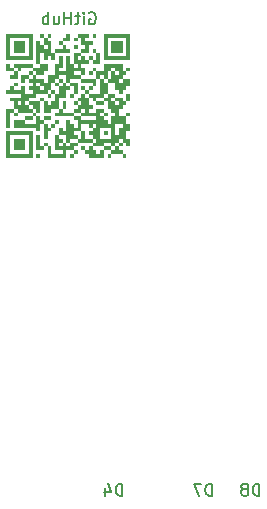
<source format=gbo>
%TF.GenerationSoftware,KiCad,Pcbnew,8.0.8-8.0.8-0~ubuntu24.04.1*%
%TF.CreationDate,2025-02-16T19:13:56-08:00*%
%TF.ProjectId,simple-counter,73696d70-6c65-42d6-936f-756e7465722e,V1.0*%
%TF.SameCoordinates,Original*%
%TF.FileFunction,Legend,Bot*%
%TF.FilePolarity,Positive*%
%FSLAX46Y46*%
G04 Gerber Fmt 4.6, Leading zero omitted, Abs format (unit mm)*
G04 Created by KiCad (PCBNEW 8.0.8-8.0.8-0~ubuntu24.04.1) date 2025-02-16 19:13:56*
%MOMM*%
%LPD*%
G01*
G04 APERTURE LIST*
%ADD10C,0.200000*%
%ADD11C,0.150000*%
%ADD12C,0.000000*%
%ADD13C,1.600000*%
%ADD14O,1.727200X1.727200*%
%ADD15O,2.400000X1.600000*%
%ADD16R,2.400000X1.600000*%
%ADD17R,1.600000X2.400000*%
%ADD18O,1.600000X2.400000*%
%ADD19C,3.200000*%
%ADD20R,1.727200X1.727200*%
G04 APERTURE END LIST*
D10*
X183730326Y-107267219D02*
X183730326Y-106267219D01*
X183730326Y-106267219D02*
X183492231Y-106267219D01*
X183492231Y-106267219D02*
X183349374Y-106314838D01*
X183349374Y-106314838D02*
X183254136Y-106410076D01*
X183254136Y-106410076D02*
X183206517Y-106505314D01*
X183206517Y-106505314D02*
X183158898Y-106695790D01*
X183158898Y-106695790D02*
X183158898Y-106838647D01*
X183158898Y-106838647D02*
X183206517Y-107029123D01*
X183206517Y-107029123D02*
X183254136Y-107124361D01*
X183254136Y-107124361D02*
X183349374Y-107219600D01*
X183349374Y-107219600D02*
X183492231Y-107267219D01*
X183492231Y-107267219D02*
X183730326Y-107267219D01*
X182587469Y-106695790D02*
X182682707Y-106648171D01*
X182682707Y-106648171D02*
X182730326Y-106600552D01*
X182730326Y-106600552D02*
X182777945Y-106505314D01*
X182777945Y-106505314D02*
X182777945Y-106457695D01*
X182777945Y-106457695D02*
X182730326Y-106362457D01*
X182730326Y-106362457D02*
X182682707Y-106314838D01*
X182682707Y-106314838D02*
X182587469Y-106267219D01*
X182587469Y-106267219D02*
X182396993Y-106267219D01*
X182396993Y-106267219D02*
X182301755Y-106314838D01*
X182301755Y-106314838D02*
X182254136Y-106362457D01*
X182254136Y-106362457D02*
X182206517Y-106457695D01*
X182206517Y-106457695D02*
X182206517Y-106505314D01*
X182206517Y-106505314D02*
X182254136Y-106600552D01*
X182254136Y-106600552D02*
X182301755Y-106648171D01*
X182301755Y-106648171D02*
X182396993Y-106695790D01*
X182396993Y-106695790D02*
X182587469Y-106695790D01*
X182587469Y-106695790D02*
X182682707Y-106743409D01*
X182682707Y-106743409D02*
X182730326Y-106791028D01*
X182730326Y-106791028D02*
X182777945Y-106886266D01*
X182777945Y-106886266D02*
X182777945Y-107076742D01*
X182777945Y-107076742D02*
X182730326Y-107171980D01*
X182730326Y-107171980D02*
X182682707Y-107219600D01*
X182682707Y-107219600D02*
X182587469Y-107267219D01*
X182587469Y-107267219D02*
X182396993Y-107267219D01*
X182396993Y-107267219D02*
X182301755Y-107219600D01*
X182301755Y-107219600D02*
X182254136Y-107171980D01*
X182254136Y-107171980D02*
X182206517Y-107076742D01*
X182206517Y-107076742D02*
X182206517Y-106886266D01*
X182206517Y-106886266D02*
X182254136Y-106791028D01*
X182254136Y-106791028D02*
X182301755Y-106743409D01*
X182301755Y-106743409D02*
X182396993Y-106695790D01*
X179730326Y-107267219D02*
X179730326Y-106267219D01*
X179730326Y-106267219D02*
X179492231Y-106267219D01*
X179492231Y-106267219D02*
X179349374Y-106314838D01*
X179349374Y-106314838D02*
X179254136Y-106410076D01*
X179254136Y-106410076D02*
X179206517Y-106505314D01*
X179206517Y-106505314D02*
X179158898Y-106695790D01*
X179158898Y-106695790D02*
X179158898Y-106838647D01*
X179158898Y-106838647D02*
X179206517Y-107029123D01*
X179206517Y-107029123D02*
X179254136Y-107124361D01*
X179254136Y-107124361D02*
X179349374Y-107219600D01*
X179349374Y-107219600D02*
X179492231Y-107267219D01*
X179492231Y-107267219D02*
X179730326Y-107267219D01*
X178825564Y-106267219D02*
X178158898Y-106267219D01*
X178158898Y-106267219D02*
X178587469Y-107267219D01*
X172130326Y-107267219D02*
X172130326Y-106267219D01*
X172130326Y-106267219D02*
X171892231Y-106267219D01*
X171892231Y-106267219D02*
X171749374Y-106314838D01*
X171749374Y-106314838D02*
X171654136Y-106410076D01*
X171654136Y-106410076D02*
X171606517Y-106505314D01*
X171606517Y-106505314D02*
X171558898Y-106695790D01*
X171558898Y-106695790D02*
X171558898Y-106838647D01*
X171558898Y-106838647D02*
X171606517Y-107029123D01*
X171606517Y-107029123D02*
X171654136Y-107124361D01*
X171654136Y-107124361D02*
X171749374Y-107219600D01*
X171749374Y-107219600D02*
X171892231Y-107267219D01*
X171892231Y-107267219D02*
X172130326Y-107267219D01*
X170701755Y-106600552D02*
X170701755Y-107267219D01*
X170939850Y-106219600D02*
X171177945Y-106933885D01*
X171177945Y-106933885D02*
X170558898Y-106933885D01*
D11*
X169330476Y-66397438D02*
X169425714Y-66349819D01*
X169425714Y-66349819D02*
X169568571Y-66349819D01*
X169568571Y-66349819D02*
X169711428Y-66397438D01*
X169711428Y-66397438D02*
X169806666Y-66492676D01*
X169806666Y-66492676D02*
X169854285Y-66587914D01*
X169854285Y-66587914D02*
X169901904Y-66778390D01*
X169901904Y-66778390D02*
X169901904Y-66921247D01*
X169901904Y-66921247D02*
X169854285Y-67111723D01*
X169854285Y-67111723D02*
X169806666Y-67206961D01*
X169806666Y-67206961D02*
X169711428Y-67302200D01*
X169711428Y-67302200D02*
X169568571Y-67349819D01*
X169568571Y-67349819D02*
X169473333Y-67349819D01*
X169473333Y-67349819D02*
X169330476Y-67302200D01*
X169330476Y-67302200D02*
X169282857Y-67254580D01*
X169282857Y-67254580D02*
X169282857Y-66921247D01*
X169282857Y-66921247D02*
X169473333Y-66921247D01*
X168854285Y-67349819D02*
X168854285Y-66683152D01*
X168854285Y-66349819D02*
X168901904Y-66397438D01*
X168901904Y-66397438D02*
X168854285Y-66445057D01*
X168854285Y-66445057D02*
X168806666Y-66397438D01*
X168806666Y-66397438D02*
X168854285Y-66349819D01*
X168854285Y-66349819D02*
X168854285Y-66445057D01*
X168520952Y-66683152D02*
X168140000Y-66683152D01*
X168378095Y-66349819D02*
X168378095Y-67206961D01*
X168378095Y-67206961D02*
X168330476Y-67302200D01*
X168330476Y-67302200D02*
X168235238Y-67349819D01*
X168235238Y-67349819D02*
X168140000Y-67349819D01*
X167806666Y-67349819D02*
X167806666Y-66349819D01*
X167806666Y-66826009D02*
X167235238Y-66826009D01*
X167235238Y-67349819D02*
X167235238Y-66349819D01*
X166330476Y-66683152D02*
X166330476Y-67349819D01*
X166759047Y-66683152D02*
X166759047Y-67206961D01*
X166759047Y-67206961D02*
X166711428Y-67302200D01*
X166711428Y-67302200D02*
X166616190Y-67349819D01*
X166616190Y-67349819D02*
X166473333Y-67349819D01*
X166473333Y-67349819D02*
X166378095Y-67302200D01*
X166378095Y-67302200D02*
X166330476Y-67254580D01*
X165854285Y-67349819D02*
X165854285Y-66349819D01*
X165854285Y-66730771D02*
X165759047Y-66683152D01*
X165759047Y-66683152D02*
X165568571Y-66683152D01*
X165568571Y-66683152D02*
X165473333Y-66730771D01*
X165473333Y-66730771D02*
X165425714Y-66778390D01*
X165425714Y-66778390D02*
X165378095Y-66873628D01*
X165378095Y-66873628D02*
X165378095Y-67159342D01*
X165378095Y-67159342D02*
X165425714Y-67254580D01*
X165425714Y-67254580D02*
X165473333Y-67302200D01*
X165473333Y-67302200D02*
X165568571Y-67349819D01*
X165568571Y-67349819D02*
X165759047Y-67349819D01*
X165759047Y-67349819D02*
X165854285Y-67302200D01*
D12*
%TO.C,Graphic_QR*%
G36*
X162640000Y-71025000D02*
G01*
X162312975Y-71025000D01*
X162312975Y-70697975D01*
X162640000Y-70697975D01*
X162640000Y-71025000D01*
G37*
G36*
X162640000Y-71342500D02*
G01*
X162312975Y-71342500D01*
X162312975Y-71015475D01*
X162640000Y-71015475D01*
X162640000Y-71342500D01*
G37*
G36*
X162640000Y-73247500D02*
G01*
X162312975Y-73247500D01*
X162312975Y-72920474D01*
X162640000Y-72920474D01*
X162640000Y-73247500D01*
G37*
G36*
X162640000Y-74835000D02*
G01*
X162312975Y-74835000D01*
X162312975Y-74507975D01*
X162640000Y-74507975D01*
X162640000Y-74835000D01*
G37*
G36*
X162640000Y-75152500D02*
G01*
X162312975Y-75152500D01*
X162312975Y-74825475D01*
X162640000Y-74825475D01*
X162640000Y-75152500D01*
G37*
G36*
X162640000Y-75470000D02*
G01*
X162312975Y-75470000D01*
X162312975Y-75142974D01*
X162640000Y-75142974D01*
X162640000Y-75470000D01*
G37*
G36*
X162640000Y-75787500D02*
G01*
X162312975Y-75787500D01*
X162312975Y-75460475D01*
X162640000Y-75460475D01*
X162640000Y-75787500D01*
G37*
G36*
X162640000Y-76105000D02*
G01*
X162312975Y-76105000D01*
X162312975Y-75777974D01*
X162640000Y-75777974D01*
X162640000Y-76105000D01*
G37*
G36*
X162957500Y-71342500D02*
G01*
X162630475Y-71342500D01*
X162630475Y-71015475D01*
X162957500Y-71015475D01*
X162957500Y-71342500D01*
G37*
G36*
X162957500Y-71977500D02*
G01*
X162630475Y-71977500D01*
X162630475Y-71650475D01*
X162957500Y-71650475D01*
X162957500Y-71977500D01*
G37*
G36*
X162957500Y-72930000D02*
G01*
X162630475Y-72930000D01*
X162630475Y-72602975D01*
X162957500Y-72602975D01*
X162957500Y-72930000D01*
G37*
G36*
X162957500Y-73247500D02*
G01*
X162630475Y-73247500D01*
X162630475Y-72920474D01*
X162957500Y-72920474D01*
X162957500Y-73247500D01*
G37*
G36*
X162957500Y-73882500D02*
G01*
X162630475Y-73882500D01*
X162630475Y-73555475D01*
X162957500Y-73555475D01*
X162957500Y-73882500D01*
G37*
G36*
X162957500Y-74835000D02*
G01*
X162630475Y-74835000D01*
X162630475Y-74507975D01*
X162957500Y-74507975D01*
X162957500Y-74835000D01*
G37*
G36*
X163275000Y-71025000D02*
G01*
X162947975Y-71025000D01*
X162947975Y-70697975D01*
X163275000Y-70697975D01*
X163275000Y-71025000D01*
G37*
G36*
X163275000Y-71660000D02*
G01*
X162947975Y-71660000D01*
X162947975Y-71332975D01*
X163275000Y-71332975D01*
X163275000Y-71660000D01*
G37*
G36*
X163275000Y-71977500D02*
G01*
X162947975Y-71977500D01*
X162947975Y-71650475D01*
X163275000Y-71650475D01*
X163275000Y-71977500D01*
G37*
G36*
X163275000Y-72612500D02*
G01*
X162947975Y-72612500D01*
X162947975Y-72285475D01*
X163275000Y-72285475D01*
X163275000Y-72612500D01*
G37*
G36*
X163275000Y-73247500D02*
G01*
X162947975Y-73247500D01*
X162947975Y-72920474D01*
X163275000Y-72920474D01*
X163275000Y-73247500D01*
G37*
G36*
X163275000Y-73882500D02*
G01*
X162947975Y-73882500D01*
X162947975Y-73555475D01*
X163275000Y-73555475D01*
X163275000Y-73882500D01*
G37*
G36*
X163275000Y-74200000D02*
G01*
X162947975Y-74200000D01*
X162947975Y-73872975D01*
X163275000Y-73872975D01*
X163275000Y-74200000D01*
G37*
G36*
X163275000Y-74517500D02*
G01*
X162947975Y-74517500D01*
X162947975Y-74190475D01*
X163275000Y-74190475D01*
X163275000Y-74517500D01*
G37*
G36*
X163275000Y-75152500D02*
G01*
X162947975Y-75152500D01*
X162947975Y-74825475D01*
X163275000Y-74825475D01*
X163275000Y-75152500D01*
G37*
G36*
X163275000Y-75787500D02*
G01*
X162947975Y-75787500D01*
X162947975Y-75460475D01*
X163275000Y-75460475D01*
X163275000Y-75787500D01*
G37*
G36*
X163275000Y-76105000D02*
G01*
X162947975Y-76105000D01*
X162947975Y-75777974D01*
X163275000Y-75777974D01*
X163275000Y-76105000D01*
G37*
G36*
X163592500Y-71025000D02*
G01*
X163265475Y-71025000D01*
X163265475Y-70697975D01*
X163592500Y-70697975D01*
X163592500Y-71025000D01*
G37*
G36*
X163592500Y-71342500D02*
G01*
X163265475Y-71342500D01*
X163265475Y-71015475D01*
X163592500Y-71015475D01*
X163592500Y-71342500D01*
G37*
G36*
X163592500Y-73247500D02*
G01*
X163265475Y-73247500D01*
X163265475Y-72920474D01*
X163592500Y-72920474D01*
X163592500Y-73247500D01*
G37*
G36*
X163592500Y-73882500D02*
G01*
X163265475Y-73882500D01*
X163265475Y-73555475D01*
X163592500Y-73555475D01*
X163592500Y-73882500D01*
G37*
G36*
X163592500Y-74517500D02*
G01*
X163265475Y-74517500D01*
X163265475Y-74190475D01*
X163592500Y-74190475D01*
X163592500Y-74517500D01*
G37*
G36*
X163592500Y-74835000D02*
G01*
X163265475Y-74835000D01*
X163265475Y-74507975D01*
X163592500Y-74507975D01*
X163592500Y-74835000D01*
G37*
G36*
X163592500Y-75787500D02*
G01*
X163265475Y-75787500D01*
X163265475Y-75460475D01*
X163592500Y-75460475D01*
X163592500Y-75787500D01*
G37*
G36*
X163592500Y-76105000D02*
G01*
X163265475Y-76105000D01*
X163265475Y-75777974D01*
X163592500Y-75777974D01*
X163592500Y-76105000D01*
G37*
G36*
X163900475Y-69745475D02*
G01*
X162947975Y-69745475D01*
X162947975Y-68792975D01*
X163900475Y-68792975D01*
X163900475Y-69745475D01*
G37*
G36*
X163900475Y-78000475D02*
G01*
X162947975Y-78000475D01*
X162947975Y-77047974D01*
X163900475Y-77047974D01*
X163900475Y-78000475D01*
G37*
G36*
X163910000Y-71025000D02*
G01*
X163582975Y-71025000D01*
X163582975Y-70697975D01*
X163910000Y-70697975D01*
X163910000Y-71025000D01*
G37*
G36*
X163910000Y-71977500D02*
G01*
X163582975Y-71977500D01*
X163582975Y-71650475D01*
X163910000Y-71650475D01*
X163910000Y-71977500D01*
G37*
G36*
X163910000Y-72295000D02*
G01*
X163582975Y-72295000D01*
X163582975Y-71967975D01*
X163910000Y-71967975D01*
X163910000Y-72295000D01*
G37*
G36*
X163910000Y-72930000D02*
G01*
X163582975Y-72930000D01*
X163582975Y-72602975D01*
X163910000Y-72602975D01*
X163910000Y-72930000D01*
G37*
G36*
X163910000Y-73247500D02*
G01*
X163582975Y-73247500D01*
X163582975Y-72920474D01*
X163910000Y-72920474D01*
X163910000Y-73247500D01*
G37*
G36*
X163910000Y-73565000D02*
G01*
X163582975Y-73565000D01*
X163582975Y-73237975D01*
X163910000Y-73237975D01*
X163910000Y-73565000D01*
G37*
G36*
X163910000Y-73882500D02*
G01*
X163582975Y-73882500D01*
X163582975Y-73555475D01*
X163910000Y-73555475D01*
X163910000Y-73882500D01*
G37*
G36*
X163910000Y-74200000D02*
G01*
X163582975Y-74200000D01*
X163582975Y-73872975D01*
X163910000Y-73872975D01*
X163910000Y-74200000D01*
G37*
G36*
X163910000Y-74517500D02*
G01*
X163582975Y-74517500D01*
X163582975Y-74190475D01*
X163910000Y-74190475D01*
X163910000Y-74517500D01*
G37*
G36*
X163910000Y-74835000D02*
G01*
X163582975Y-74835000D01*
X163582975Y-74507975D01*
X163910000Y-74507975D01*
X163910000Y-74835000D01*
G37*
G36*
X163910000Y-75787500D02*
G01*
X163582975Y-75787500D01*
X163582975Y-75460475D01*
X163910000Y-75460475D01*
X163910000Y-75787500D01*
G37*
G36*
X163910000Y-76105000D02*
G01*
X163582975Y-76105000D01*
X163582975Y-75777974D01*
X163910000Y-75777974D01*
X163910000Y-76105000D01*
G37*
G36*
X164227500Y-71025000D02*
G01*
X163900475Y-71025000D01*
X163900475Y-70697975D01*
X164227500Y-70697975D01*
X164227500Y-71025000D01*
G37*
G36*
X164227500Y-71977500D02*
G01*
X163900475Y-71977500D01*
X163900475Y-71650475D01*
X164227500Y-71650475D01*
X164227500Y-71977500D01*
G37*
G36*
X164227500Y-73565000D02*
G01*
X163900475Y-73565000D01*
X163900475Y-73237975D01*
X164227500Y-73237975D01*
X164227500Y-73565000D01*
G37*
G36*
X164227500Y-73882500D02*
G01*
X163900475Y-73882500D01*
X163900475Y-73555475D01*
X164227500Y-73555475D01*
X164227500Y-73882500D01*
G37*
G36*
X164227500Y-74517500D02*
G01*
X163900475Y-74517500D01*
X163900475Y-74190475D01*
X164227500Y-74190475D01*
X164227500Y-74517500D01*
G37*
G36*
X164227500Y-74835000D02*
G01*
X163900475Y-74835000D01*
X163900475Y-74507975D01*
X164227500Y-74507975D01*
X164227500Y-74835000D01*
G37*
G36*
X164227500Y-75470000D02*
G01*
X163900475Y-75470000D01*
X163900475Y-75142974D01*
X164227500Y-75142974D01*
X164227500Y-75470000D01*
G37*
G36*
X164227500Y-76105000D02*
G01*
X163900475Y-76105000D01*
X163900475Y-75777974D01*
X164227500Y-75777974D01*
X164227500Y-76105000D01*
G37*
G36*
X164545000Y-71025000D02*
G01*
X164217975Y-71025000D01*
X164217975Y-70697975D01*
X164545000Y-70697975D01*
X164545000Y-71025000D01*
G37*
G36*
X164545000Y-71660000D02*
G01*
X164217975Y-71660000D01*
X164217975Y-71332975D01*
X164545000Y-71332975D01*
X164545000Y-71660000D01*
G37*
G36*
X164545000Y-72295000D02*
G01*
X164217975Y-72295000D01*
X164217975Y-71967975D01*
X164545000Y-71967975D01*
X164545000Y-72295000D01*
G37*
G36*
X164545000Y-72930000D02*
G01*
X164217975Y-72930000D01*
X164217975Y-72602975D01*
X164545000Y-72602975D01*
X164545000Y-72930000D01*
G37*
G36*
X164545000Y-73565000D02*
G01*
X164217975Y-73565000D01*
X164217975Y-73237975D01*
X164545000Y-73237975D01*
X164545000Y-73565000D01*
G37*
G36*
X164545000Y-74200000D02*
G01*
X164217975Y-74200000D01*
X164217975Y-73872975D01*
X164545000Y-73872975D01*
X164545000Y-74200000D01*
G37*
G36*
X164545000Y-74835000D02*
G01*
X164217975Y-74835000D01*
X164217975Y-74507975D01*
X164545000Y-74507975D01*
X164545000Y-74835000D01*
G37*
G36*
X164545000Y-75470000D02*
G01*
X164217975Y-75470000D01*
X164217975Y-75142974D01*
X164545000Y-75142974D01*
X164545000Y-75470000D01*
G37*
G36*
X164545000Y-76105000D02*
G01*
X164217975Y-76105000D01*
X164217975Y-75777974D01*
X164545000Y-75777974D01*
X164545000Y-76105000D01*
G37*
G36*
X164862500Y-71342500D02*
G01*
X164535475Y-71342500D01*
X164535475Y-71015475D01*
X164862500Y-71015475D01*
X164862500Y-71342500D01*
G37*
G36*
X164862500Y-71977500D02*
G01*
X164535475Y-71977500D01*
X164535475Y-71650475D01*
X164862500Y-71650475D01*
X164862500Y-71977500D01*
G37*
G36*
X164862500Y-72295000D02*
G01*
X164535475Y-72295000D01*
X164535475Y-71967975D01*
X164862500Y-71967975D01*
X164862500Y-72295000D01*
G37*
G36*
X164862500Y-72612500D02*
G01*
X164535475Y-72612500D01*
X164535475Y-72285475D01*
X164862500Y-72285475D01*
X164862500Y-72612500D01*
G37*
G36*
X164862500Y-72930000D02*
G01*
X164535475Y-72930000D01*
X164535475Y-72602975D01*
X164862500Y-72602975D01*
X164862500Y-72930000D01*
G37*
G36*
X164862500Y-73247500D02*
G01*
X164535475Y-73247500D01*
X164535475Y-72920474D01*
X164862500Y-72920474D01*
X164862500Y-73247500D01*
G37*
G36*
X164862500Y-73565000D02*
G01*
X164535475Y-73565000D01*
X164535475Y-73237975D01*
X164862500Y-73237975D01*
X164862500Y-73565000D01*
G37*
G36*
X164862500Y-74200000D02*
G01*
X164535475Y-74200000D01*
X164535475Y-73872975D01*
X164862500Y-73872975D01*
X164862500Y-74200000D01*
G37*
G36*
X164862500Y-74517500D02*
G01*
X164535475Y-74517500D01*
X164535475Y-74190475D01*
X164862500Y-74190475D01*
X164862500Y-74517500D01*
G37*
G36*
X164862500Y-75152500D02*
G01*
X164535475Y-75152500D01*
X164535475Y-74825475D01*
X164862500Y-74825475D01*
X164862500Y-75152500D01*
G37*
G36*
X164862500Y-76105000D02*
G01*
X164535475Y-76105000D01*
X164535475Y-75777974D01*
X164862500Y-75777974D01*
X164862500Y-76105000D01*
G37*
G36*
X165180000Y-69120000D02*
G01*
X164852975Y-69120000D01*
X164852975Y-68792975D01*
X165180000Y-68792975D01*
X165180000Y-69120000D01*
G37*
G36*
X165180000Y-69437500D02*
G01*
X164852975Y-69437500D01*
X164852975Y-69110475D01*
X165180000Y-69110475D01*
X165180000Y-69437500D01*
G37*
G36*
X165180000Y-69755000D02*
G01*
X164852975Y-69755000D01*
X164852975Y-69427975D01*
X165180000Y-69427975D01*
X165180000Y-69755000D01*
G37*
G36*
X165180000Y-70072500D02*
G01*
X164852975Y-70072500D01*
X164852975Y-69745475D01*
X165180000Y-69745475D01*
X165180000Y-70072500D01*
G37*
G36*
X165180000Y-70390000D02*
G01*
X164852975Y-70390000D01*
X164852975Y-70062975D01*
X165180000Y-70062975D01*
X165180000Y-70390000D01*
G37*
G36*
X165180000Y-70707500D02*
G01*
X164852975Y-70707500D01*
X164852975Y-70380475D01*
X165180000Y-70380475D01*
X165180000Y-70707500D01*
G37*
G36*
X165180000Y-71342500D02*
G01*
X164852975Y-71342500D01*
X164852975Y-71015475D01*
X165180000Y-71015475D01*
X165180000Y-71342500D01*
G37*
G36*
X165180000Y-71660000D02*
G01*
X164852975Y-71660000D01*
X164852975Y-71332975D01*
X165180000Y-71332975D01*
X165180000Y-71660000D01*
G37*
G36*
X165180000Y-72295000D02*
G01*
X164852975Y-72295000D01*
X164852975Y-71967975D01*
X165180000Y-71967975D01*
X165180000Y-72295000D01*
G37*
G36*
X165180000Y-72930000D02*
G01*
X164852975Y-72930000D01*
X164852975Y-72602975D01*
X165180000Y-72602975D01*
X165180000Y-72930000D01*
G37*
G36*
X165180000Y-73247500D02*
G01*
X164852975Y-73247500D01*
X164852975Y-72920474D01*
X165180000Y-72920474D01*
X165180000Y-73247500D01*
G37*
G36*
X165180000Y-74200000D02*
G01*
X164852975Y-74200000D01*
X164852975Y-73872975D01*
X165180000Y-73872975D01*
X165180000Y-74200000D01*
G37*
G36*
X165180000Y-74517500D02*
G01*
X164852975Y-74517500D01*
X164852975Y-74190475D01*
X165180000Y-74190475D01*
X165180000Y-74517500D01*
G37*
G36*
X165180000Y-74835000D02*
G01*
X164852975Y-74835000D01*
X164852975Y-74507975D01*
X165180000Y-74507975D01*
X165180000Y-74835000D01*
G37*
G36*
X165180000Y-75470000D02*
G01*
X164852975Y-75470000D01*
X164852975Y-75142974D01*
X165180000Y-75142974D01*
X165180000Y-75470000D01*
G37*
G36*
X165180000Y-75787500D02*
G01*
X164852975Y-75787500D01*
X164852975Y-75460475D01*
X165180000Y-75460475D01*
X165180000Y-75787500D01*
G37*
G36*
X165180000Y-76105000D02*
G01*
X164852975Y-76105000D01*
X164852975Y-75777974D01*
X165180000Y-75777974D01*
X165180000Y-76105000D01*
G37*
G36*
X165180000Y-76422500D02*
G01*
X164852975Y-76422500D01*
X164852975Y-76095475D01*
X165180000Y-76095475D01*
X165180000Y-76422500D01*
G37*
G36*
X165180000Y-77057500D02*
G01*
X164852975Y-77057500D01*
X164852975Y-76730475D01*
X165180000Y-76730475D01*
X165180000Y-77057500D01*
G37*
G36*
X165180000Y-77375000D02*
G01*
X164852975Y-77375000D01*
X164852975Y-77047974D01*
X165180000Y-77047974D01*
X165180000Y-77375000D01*
G37*
G36*
X165180000Y-77692499D02*
G01*
X164852975Y-77692499D01*
X164852975Y-77365474D01*
X165180000Y-77365474D01*
X165180000Y-77692499D01*
G37*
G36*
X165180000Y-78009999D02*
G01*
X164852975Y-78009999D01*
X164852975Y-77682974D01*
X165180000Y-77682974D01*
X165180000Y-78009999D01*
G37*
G36*
X165180000Y-78644999D02*
G01*
X164852975Y-78644999D01*
X164852975Y-78317974D01*
X165180000Y-78317974D01*
X165180000Y-78644999D01*
G37*
G36*
X165497500Y-68485000D02*
G01*
X165170475Y-68485000D01*
X165170475Y-68157975D01*
X165497500Y-68157975D01*
X165497500Y-68485000D01*
G37*
G36*
X165497500Y-69437500D02*
G01*
X165170475Y-69437500D01*
X165170475Y-69110475D01*
X165497500Y-69110475D01*
X165497500Y-69437500D01*
G37*
G36*
X165497500Y-69755000D02*
G01*
X165170475Y-69755000D01*
X165170475Y-69427975D01*
X165497500Y-69427975D01*
X165497500Y-69755000D01*
G37*
G36*
X165497500Y-71025000D02*
G01*
X165170475Y-71025000D01*
X165170475Y-70697975D01*
X165497500Y-70697975D01*
X165497500Y-71025000D01*
G37*
G36*
X165497500Y-71342500D02*
G01*
X165170475Y-71342500D01*
X165170475Y-71015475D01*
X165497500Y-71015475D01*
X165497500Y-71342500D01*
G37*
G36*
X165497500Y-71660000D02*
G01*
X165170475Y-71660000D01*
X165170475Y-71332975D01*
X165497500Y-71332975D01*
X165497500Y-71660000D01*
G37*
G36*
X165497500Y-72295000D02*
G01*
X165170475Y-72295000D01*
X165170475Y-71967975D01*
X165497500Y-71967975D01*
X165497500Y-72295000D01*
G37*
G36*
X165497500Y-72612500D02*
G01*
X165170475Y-72612500D01*
X165170475Y-72285475D01*
X165497500Y-72285475D01*
X165497500Y-72612500D01*
G37*
G36*
X165497500Y-73247500D02*
G01*
X165170475Y-73247500D01*
X165170475Y-72920474D01*
X165497500Y-72920474D01*
X165497500Y-73247500D01*
G37*
G36*
X165497500Y-73882500D02*
G01*
X165170475Y-73882500D01*
X165170475Y-73555475D01*
X165497500Y-73555475D01*
X165497500Y-73882500D01*
G37*
G36*
X165497500Y-75787500D02*
G01*
X165170475Y-75787500D01*
X165170475Y-75460475D01*
X165497500Y-75460475D01*
X165497500Y-75787500D01*
G37*
G36*
X165497500Y-78009999D02*
G01*
X165170475Y-78009999D01*
X165170475Y-77682974D01*
X165497500Y-77682974D01*
X165497500Y-78009999D01*
G37*
G36*
X165815000Y-68802500D02*
G01*
X165487975Y-68802500D01*
X165487975Y-68475475D01*
X165815000Y-68475475D01*
X165815000Y-68802500D01*
G37*
G36*
X165815000Y-69120000D02*
G01*
X165487975Y-69120000D01*
X165487975Y-68792975D01*
X165815000Y-68792975D01*
X165815000Y-69120000D01*
G37*
G36*
X165815000Y-69755000D02*
G01*
X165487975Y-69755000D01*
X165487975Y-69427975D01*
X165815000Y-69427975D01*
X165815000Y-69755000D01*
G37*
G36*
X165815000Y-70072500D02*
G01*
X165487975Y-70072500D01*
X165487975Y-69745475D01*
X165815000Y-69745475D01*
X165815000Y-70072500D01*
G37*
G36*
X165815000Y-70390000D02*
G01*
X165487975Y-70390000D01*
X165487975Y-70062975D01*
X165815000Y-70062975D01*
X165815000Y-70390000D01*
G37*
G36*
X165815000Y-71025000D02*
G01*
X165487975Y-71025000D01*
X165487975Y-70697975D01*
X165815000Y-70697975D01*
X165815000Y-71025000D01*
G37*
G36*
X165815000Y-71342500D02*
G01*
X165487975Y-71342500D01*
X165487975Y-71015475D01*
X165815000Y-71015475D01*
X165815000Y-71342500D01*
G37*
G36*
X165815000Y-72612500D02*
G01*
X165487975Y-72612500D01*
X165487975Y-72285475D01*
X165815000Y-72285475D01*
X165815000Y-72612500D01*
G37*
G36*
X165815000Y-72930000D02*
G01*
X165487975Y-72930000D01*
X165487975Y-72602975D01*
X165815000Y-72602975D01*
X165815000Y-72930000D01*
G37*
G36*
X165815000Y-73247500D02*
G01*
X165487975Y-73247500D01*
X165487975Y-72920474D01*
X165815000Y-72920474D01*
X165815000Y-73247500D01*
G37*
G36*
X165815000Y-74200000D02*
G01*
X165487975Y-74200000D01*
X165487975Y-73872975D01*
X165815000Y-73872975D01*
X165815000Y-74200000D01*
G37*
G36*
X165815000Y-74517500D02*
G01*
X165487975Y-74517500D01*
X165487975Y-74190475D01*
X165815000Y-74190475D01*
X165815000Y-74517500D01*
G37*
G36*
X165815000Y-74835000D02*
G01*
X165487975Y-74835000D01*
X165487975Y-74507975D01*
X165815000Y-74507975D01*
X165815000Y-74835000D01*
G37*
G36*
X165815000Y-75470000D02*
G01*
X165487975Y-75470000D01*
X165487975Y-75142974D01*
X165815000Y-75142974D01*
X165815000Y-75470000D01*
G37*
G36*
X165815000Y-76105000D02*
G01*
X165487975Y-76105000D01*
X165487975Y-75777974D01*
X165815000Y-75777974D01*
X165815000Y-76105000D01*
G37*
G36*
X165815000Y-76422500D02*
G01*
X165487975Y-76422500D01*
X165487975Y-76095475D01*
X165815000Y-76095475D01*
X165815000Y-76422500D01*
G37*
G36*
X165815000Y-76740000D02*
G01*
X165487975Y-76740000D01*
X165487975Y-76412974D01*
X165815000Y-76412974D01*
X165815000Y-76740000D01*
G37*
G36*
X165815000Y-77057500D02*
G01*
X165487975Y-77057500D01*
X165487975Y-76730475D01*
X165815000Y-76730475D01*
X165815000Y-77057500D01*
G37*
G36*
X165815000Y-77692499D02*
G01*
X165487975Y-77692499D01*
X165487975Y-77365474D01*
X165815000Y-77365474D01*
X165815000Y-77692499D01*
G37*
G36*
X166132500Y-68485000D02*
G01*
X165805475Y-68485000D01*
X165805475Y-68157975D01*
X166132500Y-68157975D01*
X166132500Y-68485000D01*
G37*
G36*
X166132500Y-69120000D02*
G01*
X165805475Y-69120000D01*
X165805475Y-68792975D01*
X166132500Y-68792975D01*
X166132500Y-69120000D01*
G37*
G36*
X166132500Y-69437500D02*
G01*
X165805475Y-69437500D01*
X165805475Y-69110475D01*
X166132500Y-69110475D01*
X166132500Y-69437500D01*
G37*
G36*
X166132500Y-69755000D02*
G01*
X165805475Y-69755000D01*
X165805475Y-69427975D01*
X166132500Y-69427975D01*
X166132500Y-69755000D01*
G37*
G36*
X166132500Y-70072500D02*
G01*
X165805475Y-70072500D01*
X165805475Y-69745475D01*
X166132500Y-69745475D01*
X166132500Y-70072500D01*
G37*
G36*
X166132500Y-71977500D02*
G01*
X165805475Y-71977500D01*
X165805475Y-71650475D01*
X166132500Y-71650475D01*
X166132500Y-71977500D01*
G37*
G36*
X166132500Y-72295000D02*
G01*
X165805475Y-72295000D01*
X165805475Y-71967975D01*
X166132500Y-71967975D01*
X166132500Y-72295000D01*
G37*
G36*
X166132500Y-72612500D02*
G01*
X165805475Y-72612500D01*
X165805475Y-72285475D01*
X166132500Y-72285475D01*
X166132500Y-72612500D01*
G37*
G36*
X166132500Y-72930000D02*
G01*
X165805475Y-72930000D01*
X165805475Y-72602975D01*
X166132500Y-72602975D01*
X166132500Y-72930000D01*
G37*
G36*
X166132500Y-73565000D02*
G01*
X165805475Y-73565000D01*
X165805475Y-73237975D01*
X166132500Y-73237975D01*
X166132500Y-73565000D01*
G37*
G36*
X166132500Y-74517500D02*
G01*
X165805475Y-74517500D01*
X165805475Y-74190475D01*
X166132500Y-74190475D01*
X166132500Y-74517500D01*
G37*
G36*
X166132500Y-74835000D02*
G01*
X165805475Y-74835000D01*
X165805475Y-74507975D01*
X166132500Y-74507975D01*
X166132500Y-74835000D01*
G37*
G36*
X166132500Y-75470000D02*
G01*
X165805475Y-75470000D01*
X165805475Y-75142974D01*
X166132500Y-75142974D01*
X166132500Y-75470000D01*
G37*
G36*
X166132500Y-76422500D02*
G01*
X165805475Y-76422500D01*
X165805475Y-76095475D01*
X166132500Y-76095475D01*
X166132500Y-76422500D01*
G37*
G36*
X166132500Y-78009999D02*
G01*
X165805475Y-78009999D01*
X165805475Y-77682974D01*
X166132500Y-77682974D01*
X166132500Y-78009999D01*
G37*
G36*
X166132500Y-78327499D02*
G01*
X165805475Y-78327499D01*
X165805475Y-78000475D01*
X166132500Y-78000475D01*
X166132500Y-78327499D01*
G37*
G36*
X166132500Y-78644999D02*
G01*
X165805475Y-78644999D01*
X165805475Y-78317974D01*
X166132500Y-78317974D01*
X166132500Y-78644999D01*
G37*
G36*
X166450000Y-70072500D02*
G01*
X166122975Y-70072500D01*
X166122975Y-69745475D01*
X166450000Y-69745475D01*
X166450000Y-70072500D01*
G37*
G36*
X166450000Y-70390000D02*
G01*
X166122975Y-70390000D01*
X166122975Y-70062975D01*
X166450000Y-70062975D01*
X166450000Y-70390000D01*
G37*
G36*
X166450000Y-71977500D02*
G01*
X166122975Y-71977500D01*
X166122975Y-71650475D01*
X166450000Y-71650475D01*
X166450000Y-71977500D01*
G37*
G36*
X166450000Y-72295000D02*
G01*
X166122975Y-72295000D01*
X166122975Y-71967975D01*
X166450000Y-71967975D01*
X166450000Y-72295000D01*
G37*
G36*
X166450000Y-73247500D02*
G01*
X166122975Y-73247500D01*
X166122975Y-72920474D01*
X166450000Y-72920474D01*
X166450000Y-73247500D01*
G37*
G36*
X166450000Y-74200000D02*
G01*
X166122975Y-74200000D01*
X166122975Y-73872975D01*
X166450000Y-73872975D01*
X166450000Y-74200000D01*
G37*
G36*
X166450000Y-74517500D02*
G01*
X166122975Y-74517500D01*
X166122975Y-74190475D01*
X166450000Y-74190475D01*
X166450000Y-74517500D01*
G37*
G36*
X166450000Y-76105000D02*
G01*
X166122975Y-76105000D01*
X166122975Y-75777974D01*
X166450000Y-75777974D01*
X166450000Y-76105000D01*
G37*
G36*
X166450000Y-78644999D02*
G01*
X166122975Y-78644999D01*
X166122975Y-78317974D01*
X166450000Y-78317974D01*
X166450000Y-78644999D01*
G37*
G36*
X166767500Y-69755000D02*
G01*
X166440475Y-69755000D01*
X166440475Y-69427975D01*
X166767500Y-69427975D01*
X166767500Y-69755000D01*
G37*
G36*
X166767500Y-71025000D02*
G01*
X166440475Y-71025000D01*
X166440475Y-70697975D01*
X166767500Y-70697975D01*
X166767500Y-71025000D01*
G37*
G36*
X166767500Y-71342500D02*
G01*
X166440475Y-71342500D01*
X166440475Y-71015475D01*
X166767500Y-71015475D01*
X166767500Y-71342500D01*
G37*
G36*
X166767500Y-71660000D02*
G01*
X166440475Y-71660000D01*
X166440475Y-71332975D01*
X166767500Y-71332975D01*
X166767500Y-71660000D01*
G37*
G36*
X166767500Y-71977500D02*
G01*
X166440475Y-71977500D01*
X166440475Y-71650475D01*
X166767500Y-71650475D01*
X166767500Y-71977500D01*
G37*
G36*
X166767500Y-72612500D02*
G01*
X166440475Y-72612500D01*
X166440475Y-72285475D01*
X166767500Y-72285475D01*
X166767500Y-72612500D01*
G37*
G36*
X166767500Y-73565000D02*
G01*
X166440475Y-73565000D01*
X166440475Y-73237975D01*
X166767500Y-73237975D01*
X166767500Y-73565000D01*
G37*
G36*
X166767500Y-73882500D02*
G01*
X166440475Y-73882500D01*
X166440475Y-73555475D01*
X166767500Y-73555475D01*
X166767500Y-73882500D01*
G37*
G36*
X166767500Y-74200000D02*
G01*
X166440475Y-74200000D01*
X166440475Y-73872975D01*
X166767500Y-73872975D01*
X166767500Y-74200000D01*
G37*
G36*
X166767500Y-74517500D02*
G01*
X166440475Y-74517500D01*
X166440475Y-74190475D01*
X166767500Y-74190475D01*
X166767500Y-74517500D01*
G37*
G36*
X166767500Y-75152500D02*
G01*
X166440475Y-75152500D01*
X166440475Y-74825475D01*
X166767500Y-74825475D01*
X166767500Y-75152500D01*
G37*
G36*
X166767500Y-75787500D02*
G01*
X166440475Y-75787500D01*
X166440475Y-75460475D01*
X166767500Y-75460475D01*
X166767500Y-75787500D01*
G37*
G36*
X166767500Y-77057500D02*
G01*
X166440475Y-77057500D01*
X166440475Y-76730475D01*
X166767500Y-76730475D01*
X166767500Y-77057500D01*
G37*
G36*
X166767500Y-77375000D02*
G01*
X166440475Y-77375000D01*
X166440475Y-77047974D01*
X166767500Y-77047974D01*
X166767500Y-77375000D01*
G37*
G36*
X166767500Y-77692499D02*
G01*
X166440475Y-77692499D01*
X166440475Y-77365474D01*
X166767500Y-77365474D01*
X166767500Y-77692499D01*
G37*
G36*
X166767500Y-78009999D02*
G01*
X166440475Y-78009999D01*
X166440475Y-77682974D01*
X166767500Y-77682974D01*
X166767500Y-78009999D01*
G37*
G36*
X166767500Y-78644999D02*
G01*
X166440475Y-78644999D01*
X166440475Y-78317974D01*
X166767500Y-78317974D01*
X166767500Y-78644999D01*
G37*
G36*
X167085000Y-69120000D02*
G01*
X166757975Y-69120000D01*
X166757975Y-68792975D01*
X167085000Y-68792975D01*
X167085000Y-69120000D01*
G37*
G36*
X167085000Y-69755000D02*
G01*
X166757975Y-69755000D01*
X166757975Y-69427975D01*
X167085000Y-69427975D01*
X167085000Y-69755000D01*
G37*
G36*
X167085000Y-70390000D02*
G01*
X166757975Y-70390000D01*
X166757975Y-70062975D01*
X167085000Y-70062975D01*
X167085000Y-70390000D01*
G37*
G36*
X167085000Y-70707500D02*
G01*
X166757975Y-70707500D01*
X166757975Y-70380475D01*
X167085000Y-70380475D01*
X167085000Y-70707500D01*
G37*
G36*
X167085000Y-71025000D02*
G01*
X166757975Y-71025000D01*
X166757975Y-70697975D01*
X167085000Y-70697975D01*
X167085000Y-71025000D01*
G37*
G36*
X167085000Y-71660000D02*
G01*
X166757975Y-71660000D01*
X166757975Y-71332975D01*
X167085000Y-71332975D01*
X167085000Y-71660000D01*
G37*
G36*
X167085000Y-72295000D02*
G01*
X166757975Y-72295000D01*
X166757975Y-71967975D01*
X167085000Y-71967975D01*
X167085000Y-72295000D01*
G37*
G36*
X167085000Y-72930000D02*
G01*
X166757975Y-72930000D01*
X166757975Y-72602975D01*
X167085000Y-72602975D01*
X167085000Y-72930000D01*
G37*
G36*
X167085000Y-73247500D02*
G01*
X166757975Y-73247500D01*
X166757975Y-72920474D01*
X167085000Y-72920474D01*
X167085000Y-73247500D01*
G37*
G36*
X167085000Y-73565000D02*
G01*
X166757975Y-73565000D01*
X166757975Y-73237975D01*
X167085000Y-73237975D01*
X167085000Y-73565000D01*
G37*
G36*
X167085000Y-74835000D02*
G01*
X166757975Y-74835000D01*
X166757975Y-74507975D01*
X167085000Y-74507975D01*
X167085000Y-74835000D01*
G37*
G36*
X167085000Y-75152500D02*
G01*
X166757975Y-75152500D01*
X166757975Y-74825475D01*
X167085000Y-74825475D01*
X167085000Y-75152500D01*
G37*
G36*
X167085000Y-76422500D02*
G01*
X166757975Y-76422500D01*
X166757975Y-76095475D01*
X167085000Y-76095475D01*
X167085000Y-76422500D01*
G37*
G36*
X167085000Y-76740000D02*
G01*
X166757975Y-76740000D01*
X166757975Y-76412974D01*
X167085000Y-76412974D01*
X167085000Y-76740000D01*
G37*
G36*
X167085000Y-77375000D02*
G01*
X166757975Y-77375000D01*
X166757975Y-77047974D01*
X167085000Y-77047974D01*
X167085000Y-77375000D01*
G37*
G36*
X167085000Y-78009999D02*
G01*
X166757975Y-78009999D01*
X166757975Y-77682974D01*
X167085000Y-77682974D01*
X167085000Y-78009999D01*
G37*
G36*
X167085000Y-78644999D02*
G01*
X166757975Y-78644999D01*
X166757975Y-78317974D01*
X167085000Y-78317974D01*
X167085000Y-78644999D01*
G37*
G36*
X167402500Y-68802500D02*
G01*
X167075474Y-68802500D01*
X167075474Y-68475475D01*
X167402500Y-68475475D01*
X167402500Y-68802500D01*
G37*
G36*
X167402500Y-69437500D02*
G01*
X167075474Y-69437500D01*
X167075474Y-69110475D01*
X167402500Y-69110475D01*
X167402500Y-69437500D01*
G37*
G36*
X167402500Y-69755000D02*
G01*
X167075474Y-69755000D01*
X167075474Y-69427975D01*
X167402500Y-69427975D01*
X167402500Y-69755000D01*
G37*
G36*
X167402500Y-71660000D02*
G01*
X167075474Y-71660000D01*
X167075474Y-71332975D01*
X167402500Y-71332975D01*
X167402500Y-71660000D01*
G37*
G36*
X167402500Y-72612500D02*
G01*
X167075474Y-72612500D01*
X167075474Y-72285475D01*
X167402500Y-72285475D01*
X167402500Y-72612500D01*
G37*
G36*
X167402500Y-72930000D02*
G01*
X167075474Y-72930000D01*
X167075474Y-72602975D01*
X167402500Y-72602975D01*
X167402500Y-72930000D01*
G37*
G36*
X167402500Y-73247500D02*
G01*
X167075474Y-73247500D01*
X167075474Y-72920474D01*
X167402500Y-72920474D01*
X167402500Y-73247500D01*
G37*
G36*
X167402500Y-73565000D02*
G01*
X167075474Y-73565000D01*
X167075474Y-73237975D01*
X167402500Y-73237975D01*
X167402500Y-73565000D01*
G37*
G36*
X167402500Y-74200000D02*
G01*
X167075474Y-74200000D01*
X167075474Y-73872975D01*
X167402500Y-73872975D01*
X167402500Y-74200000D01*
G37*
G36*
X167402500Y-74517500D02*
G01*
X167075474Y-74517500D01*
X167075474Y-74190475D01*
X167402500Y-74190475D01*
X167402500Y-74517500D01*
G37*
G36*
X167402500Y-75152500D02*
G01*
X167075474Y-75152500D01*
X167075474Y-74825475D01*
X167402500Y-74825475D01*
X167402500Y-75152500D01*
G37*
G36*
X167402500Y-76740000D02*
G01*
X167075474Y-76740000D01*
X167075474Y-76412974D01*
X167402500Y-76412974D01*
X167402500Y-76740000D01*
G37*
G36*
X167402500Y-77692499D02*
G01*
X167075474Y-77692499D01*
X167075474Y-77365474D01*
X167402500Y-77365474D01*
X167402500Y-77692499D01*
G37*
G36*
X167402500Y-78009999D02*
G01*
X167075474Y-78009999D01*
X167075474Y-77682974D01*
X167402500Y-77682974D01*
X167402500Y-78009999D01*
G37*
G36*
X167402500Y-78327499D02*
G01*
X167075474Y-78327499D01*
X167075474Y-78000475D01*
X167402500Y-78000475D01*
X167402500Y-78327499D01*
G37*
G36*
X167402500Y-78644999D02*
G01*
X167075474Y-78644999D01*
X167075474Y-78317974D01*
X167402500Y-78317974D01*
X167402500Y-78644999D01*
G37*
G36*
X167720000Y-68485000D02*
G01*
X167392975Y-68485000D01*
X167392975Y-68157975D01*
X167720000Y-68157975D01*
X167720000Y-68485000D01*
G37*
G36*
X167720000Y-68802500D02*
G01*
X167392975Y-68802500D01*
X167392975Y-68475475D01*
X167720000Y-68475475D01*
X167720000Y-68802500D01*
G37*
G36*
X167720000Y-69755000D02*
G01*
X167392975Y-69755000D01*
X167392975Y-69427975D01*
X167720000Y-69427975D01*
X167720000Y-69755000D01*
G37*
G36*
X167720000Y-70390000D02*
G01*
X167392975Y-70390000D01*
X167392975Y-70062975D01*
X167720000Y-70062975D01*
X167720000Y-70390000D01*
G37*
G36*
X167720000Y-70707500D02*
G01*
X167392975Y-70707500D01*
X167392975Y-70380475D01*
X167720000Y-70380475D01*
X167720000Y-70707500D01*
G37*
G36*
X167720000Y-71025000D02*
G01*
X167392975Y-71025000D01*
X167392975Y-70697975D01*
X167720000Y-70697975D01*
X167720000Y-71025000D01*
G37*
G36*
X167720000Y-71342500D02*
G01*
X167392975Y-71342500D01*
X167392975Y-71015475D01*
X167720000Y-71015475D01*
X167720000Y-71342500D01*
G37*
G36*
X167720000Y-71660000D02*
G01*
X167392975Y-71660000D01*
X167392975Y-71332975D01*
X167720000Y-71332975D01*
X167720000Y-71660000D01*
G37*
G36*
X167720000Y-71977500D02*
G01*
X167392975Y-71977500D01*
X167392975Y-71650475D01*
X167720000Y-71650475D01*
X167720000Y-71977500D01*
G37*
G36*
X167720000Y-72295000D02*
G01*
X167392975Y-72295000D01*
X167392975Y-71967975D01*
X167720000Y-71967975D01*
X167720000Y-72295000D01*
G37*
G36*
X167720000Y-72930000D02*
G01*
X167392975Y-72930000D01*
X167392975Y-72602975D01*
X167720000Y-72602975D01*
X167720000Y-72930000D01*
G37*
G36*
X167720000Y-75152500D02*
G01*
X167392975Y-75152500D01*
X167392975Y-74825475D01*
X167720000Y-74825475D01*
X167720000Y-75152500D01*
G37*
G36*
X167720000Y-75787500D02*
G01*
X167392975Y-75787500D01*
X167392975Y-75460475D01*
X167720000Y-75460475D01*
X167720000Y-75787500D01*
G37*
G36*
X167720000Y-76105000D02*
G01*
X167392975Y-76105000D01*
X167392975Y-75777974D01*
X167720000Y-75777974D01*
X167720000Y-76105000D01*
G37*
G36*
X167720000Y-76422500D02*
G01*
X167392975Y-76422500D01*
X167392975Y-76095475D01*
X167720000Y-76095475D01*
X167720000Y-76422500D01*
G37*
G36*
X167720000Y-76740000D02*
G01*
X167392975Y-76740000D01*
X167392975Y-76412974D01*
X167720000Y-76412974D01*
X167720000Y-76740000D01*
G37*
G36*
X167720000Y-77057500D02*
G01*
X167392975Y-77057500D01*
X167392975Y-76730475D01*
X167720000Y-76730475D01*
X167720000Y-77057500D01*
G37*
G36*
X167720000Y-77375000D02*
G01*
X167392975Y-77375000D01*
X167392975Y-77047974D01*
X167720000Y-77047974D01*
X167720000Y-77375000D01*
G37*
G36*
X167720000Y-78009999D02*
G01*
X167392975Y-78009999D01*
X167392975Y-77682974D01*
X167720000Y-77682974D01*
X167720000Y-78009999D01*
G37*
G36*
X168037500Y-71025000D02*
G01*
X167710475Y-71025000D01*
X167710475Y-70697975D01*
X168037500Y-70697975D01*
X168037500Y-71025000D01*
G37*
G36*
X168037500Y-71342500D02*
G01*
X167710475Y-71342500D01*
X167710475Y-71015475D01*
X168037500Y-71015475D01*
X168037500Y-71342500D01*
G37*
G36*
X168037500Y-71660000D02*
G01*
X167710475Y-71660000D01*
X167710475Y-71332975D01*
X168037500Y-71332975D01*
X168037500Y-71660000D01*
G37*
G36*
X168037500Y-71977500D02*
G01*
X167710475Y-71977500D01*
X167710475Y-71650475D01*
X168037500Y-71650475D01*
X168037500Y-71977500D01*
G37*
G36*
X168037500Y-72612500D02*
G01*
X167710475Y-72612500D01*
X167710475Y-72285475D01*
X168037500Y-72285475D01*
X168037500Y-72612500D01*
G37*
G36*
X168037500Y-73565000D02*
G01*
X167710475Y-73565000D01*
X167710475Y-73237975D01*
X168037500Y-73237975D01*
X168037500Y-73565000D01*
G37*
G36*
X168037500Y-75152500D02*
G01*
X167710475Y-75152500D01*
X167710475Y-74825475D01*
X168037500Y-74825475D01*
X168037500Y-75152500D01*
G37*
G36*
X168037500Y-76105000D02*
G01*
X167710475Y-76105000D01*
X167710475Y-75777974D01*
X168037500Y-75777974D01*
X168037500Y-76105000D01*
G37*
G36*
X168037500Y-76422500D02*
G01*
X167710475Y-76422500D01*
X167710475Y-76095475D01*
X168037500Y-76095475D01*
X168037500Y-76422500D01*
G37*
G36*
X168037500Y-76740000D02*
G01*
X167710475Y-76740000D01*
X167710475Y-76412974D01*
X168037500Y-76412974D01*
X168037500Y-76740000D01*
G37*
G36*
X168037500Y-77057500D02*
G01*
X167710475Y-77057500D01*
X167710475Y-76730475D01*
X168037500Y-76730475D01*
X168037500Y-77057500D01*
G37*
G36*
X168037500Y-77692499D02*
G01*
X167710475Y-77692499D01*
X167710475Y-77365474D01*
X168037500Y-77365474D01*
X168037500Y-77692499D01*
G37*
G36*
X168037500Y-78009999D02*
G01*
X167710475Y-78009999D01*
X167710475Y-77682974D01*
X168037500Y-77682974D01*
X168037500Y-78009999D01*
G37*
G36*
X168037500Y-78644999D02*
G01*
X167710475Y-78644999D01*
X167710475Y-78317974D01*
X168037500Y-78317974D01*
X168037500Y-78644999D01*
G37*
G36*
X168355000Y-68802500D02*
G01*
X168027975Y-68802500D01*
X168027975Y-68475475D01*
X168355000Y-68475475D01*
X168355000Y-68802500D01*
G37*
G36*
X168355000Y-69437500D02*
G01*
X168027975Y-69437500D01*
X168027975Y-69110475D01*
X168355000Y-69110475D01*
X168355000Y-69437500D01*
G37*
G36*
X168355000Y-70072500D02*
G01*
X168027975Y-70072500D01*
X168027975Y-69745475D01*
X168355000Y-69745475D01*
X168355000Y-70072500D01*
G37*
G36*
X168355000Y-70390000D02*
G01*
X168027975Y-70390000D01*
X168027975Y-70062975D01*
X168355000Y-70062975D01*
X168355000Y-70390000D01*
G37*
G36*
X168355000Y-70707500D02*
G01*
X168027975Y-70707500D01*
X168027975Y-70380475D01*
X168355000Y-70380475D01*
X168355000Y-70707500D01*
G37*
G36*
X168355000Y-71342500D02*
G01*
X168027975Y-71342500D01*
X168027975Y-71015475D01*
X168355000Y-71015475D01*
X168355000Y-71342500D01*
G37*
G36*
X168355000Y-71977500D02*
G01*
X168027975Y-71977500D01*
X168027975Y-71650475D01*
X168355000Y-71650475D01*
X168355000Y-71977500D01*
G37*
G36*
X168355000Y-72612500D02*
G01*
X168027975Y-72612500D01*
X168027975Y-72285475D01*
X168355000Y-72285475D01*
X168355000Y-72612500D01*
G37*
G36*
X168355000Y-72930000D02*
G01*
X168027975Y-72930000D01*
X168027975Y-72602975D01*
X168355000Y-72602975D01*
X168355000Y-72930000D01*
G37*
G36*
X168355000Y-73247500D02*
G01*
X168027975Y-73247500D01*
X168027975Y-72920474D01*
X168355000Y-72920474D01*
X168355000Y-73247500D01*
G37*
G36*
X168355000Y-74200000D02*
G01*
X168027975Y-74200000D01*
X168027975Y-73872975D01*
X168355000Y-73872975D01*
X168355000Y-74200000D01*
G37*
G36*
X168355000Y-74835000D02*
G01*
X168027975Y-74835000D01*
X168027975Y-74507975D01*
X168355000Y-74507975D01*
X168355000Y-74835000D01*
G37*
G36*
X168355000Y-75470000D02*
G01*
X168027975Y-75470000D01*
X168027975Y-75142974D01*
X168355000Y-75142974D01*
X168355000Y-75470000D01*
G37*
G36*
X168355000Y-76422500D02*
G01*
X168027975Y-76422500D01*
X168027975Y-76095475D01*
X168355000Y-76095475D01*
X168355000Y-76422500D01*
G37*
G36*
X168355000Y-77057500D02*
G01*
X168027975Y-77057500D01*
X168027975Y-76730475D01*
X168355000Y-76730475D01*
X168355000Y-77057500D01*
G37*
G36*
X168355000Y-77692499D02*
G01*
X168027975Y-77692499D01*
X168027975Y-77365474D01*
X168355000Y-77365474D01*
X168355000Y-77692499D01*
G37*
G36*
X168355000Y-78327499D02*
G01*
X168027975Y-78327499D01*
X168027975Y-78000475D01*
X168355000Y-78000475D01*
X168355000Y-78327499D01*
G37*
G36*
X168672500Y-68485000D02*
G01*
X168345475Y-68485000D01*
X168345475Y-68157975D01*
X168672500Y-68157975D01*
X168672500Y-68485000D01*
G37*
G36*
X168672500Y-70072500D02*
G01*
X168345475Y-70072500D01*
X168345475Y-69745475D01*
X168672500Y-69745475D01*
X168672500Y-70072500D01*
G37*
G36*
X168672500Y-70707500D02*
G01*
X168345475Y-70707500D01*
X168345475Y-70380475D01*
X168672500Y-70380475D01*
X168672500Y-70707500D01*
G37*
G36*
X168672500Y-71025000D02*
G01*
X168345475Y-71025000D01*
X168345475Y-70697975D01*
X168672500Y-70697975D01*
X168672500Y-71025000D01*
G37*
G36*
X168672500Y-71342500D02*
G01*
X168345475Y-71342500D01*
X168345475Y-71015475D01*
X168672500Y-71015475D01*
X168672500Y-71342500D01*
G37*
G36*
X168672500Y-71977500D02*
G01*
X168345475Y-71977500D01*
X168345475Y-71650475D01*
X168672500Y-71650475D01*
X168672500Y-71977500D01*
G37*
G36*
X168672500Y-73882500D02*
G01*
X168345475Y-73882500D01*
X168345475Y-73555475D01*
X168672500Y-73555475D01*
X168672500Y-73882500D01*
G37*
G36*
X168672500Y-74517500D02*
G01*
X168345475Y-74517500D01*
X168345475Y-74190475D01*
X168672500Y-74190475D01*
X168672500Y-74517500D01*
G37*
G36*
X168672500Y-74835000D02*
G01*
X168345475Y-74835000D01*
X168345475Y-74507975D01*
X168672500Y-74507975D01*
X168672500Y-74835000D01*
G37*
G36*
X168672500Y-75470000D02*
G01*
X168345475Y-75470000D01*
X168345475Y-75142974D01*
X168672500Y-75142974D01*
X168672500Y-75470000D01*
G37*
G36*
X168672500Y-75787500D02*
G01*
X168345475Y-75787500D01*
X168345475Y-75460475D01*
X168672500Y-75460475D01*
X168672500Y-75787500D01*
G37*
G36*
X168672500Y-76105000D02*
G01*
X168345475Y-76105000D01*
X168345475Y-75777974D01*
X168672500Y-75777974D01*
X168672500Y-76105000D01*
G37*
G36*
X168672500Y-76422500D02*
G01*
X168345475Y-76422500D01*
X168345475Y-76095475D01*
X168672500Y-76095475D01*
X168672500Y-76422500D01*
G37*
G36*
X168672500Y-77375000D02*
G01*
X168345475Y-77375000D01*
X168345475Y-77047974D01*
X168672500Y-77047974D01*
X168672500Y-77375000D01*
G37*
G36*
X168990000Y-68485000D02*
G01*
X168662975Y-68485000D01*
X168662975Y-68157975D01*
X168990000Y-68157975D01*
X168990000Y-68485000D01*
G37*
G36*
X168990000Y-68802500D02*
G01*
X168662975Y-68802500D01*
X168662975Y-68475475D01*
X168990000Y-68475475D01*
X168990000Y-68802500D01*
G37*
G36*
X168990000Y-69120000D02*
G01*
X168662975Y-69120000D01*
X168662975Y-68792975D01*
X168990000Y-68792975D01*
X168990000Y-69120000D01*
G37*
G36*
X168990000Y-69755000D02*
G01*
X168662975Y-69755000D01*
X168662975Y-69427975D01*
X168990000Y-69427975D01*
X168990000Y-69755000D01*
G37*
G36*
X168990000Y-70390000D02*
G01*
X168662975Y-70390000D01*
X168662975Y-70062975D01*
X168990000Y-70062975D01*
X168990000Y-70390000D01*
G37*
G36*
X168990000Y-70707500D02*
G01*
X168662975Y-70707500D01*
X168662975Y-70380475D01*
X168990000Y-70380475D01*
X168990000Y-70707500D01*
G37*
G36*
X168990000Y-71342500D02*
G01*
X168662975Y-71342500D01*
X168662975Y-71015475D01*
X168990000Y-71015475D01*
X168990000Y-71342500D01*
G37*
G36*
X168990000Y-71660000D02*
G01*
X168662975Y-71660000D01*
X168662975Y-71332975D01*
X168990000Y-71332975D01*
X168990000Y-71660000D01*
G37*
G36*
X168990000Y-72295000D02*
G01*
X168662975Y-72295000D01*
X168662975Y-71967975D01*
X168990000Y-71967975D01*
X168990000Y-72295000D01*
G37*
G36*
X168990000Y-72930000D02*
G01*
X168662975Y-72930000D01*
X168662975Y-72602975D01*
X168990000Y-72602975D01*
X168990000Y-72930000D01*
G37*
G36*
X168990000Y-73565000D02*
G01*
X168662975Y-73565000D01*
X168662975Y-73237975D01*
X168990000Y-73237975D01*
X168990000Y-73565000D01*
G37*
G36*
X168990000Y-73882500D02*
G01*
X168662975Y-73882500D01*
X168662975Y-73555475D01*
X168990000Y-73555475D01*
X168990000Y-73882500D01*
G37*
G36*
X168990000Y-74200000D02*
G01*
X168662975Y-74200000D01*
X168662975Y-73872975D01*
X168990000Y-73872975D01*
X168990000Y-74200000D01*
G37*
G36*
X168990000Y-74517500D02*
G01*
X168662975Y-74517500D01*
X168662975Y-74190475D01*
X168990000Y-74190475D01*
X168990000Y-74517500D01*
G37*
G36*
X168990000Y-75152500D02*
G01*
X168662975Y-75152500D01*
X168662975Y-74825475D01*
X168990000Y-74825475D01*
X168990000Y-75152500D01*
G37*
G36*
X168990000Y-75787500D02*
G01*
X168662975Y-75787500D01*
X168662975Y-75460475D01*
X168990000Y-75460475D01*
X168990000Y-75787500D01*
G37*
G36*
X168990000Y-76740000D02*
G01*
X168662975Y-76740000D01*
X168662975Y-76412974D01*
X168990000Y-76412974D01*
X168990000Y-76740000D01*
G37*
G36*
X168990000Y-77057500D02*
G01*
X168662975Y-77057500D01*
X168662975Y-76730475D01*
X168990000Y-76730475D01*
X168990000Y-77057500D01*
G37*
G36*
X168990000Y-77375000D02*
G01*
X168662975Y-77375000D01*
X168662975Y-77047974D01*
X168990000Y-77047974D01*
X168990000Y-77375000D01*
G37*
G36*
X168990000Y-78009999D02*
G01*
X168662975Y-78009999D01*
X168662975Y-77682974D01*
X168990000Y-77682974D01*
X168990000Y-78009999D01*
G37*
G36*
X169307500Y-68485000D02*
G01*
X168980475Y-68485000D01*
X168980475Y-68157975D01*
X169307500Y-68157975D01*
X169307500Y-68485000D01*
G37*
G36*
X169307500Y-69120000D02*
G01*
X168980475Y-69120000D01*
X168980475Y-68792975D01*
X169307500Y-68792975D01*
X169307500Y-69120000D01*
G37*
G36*
X169307500Y-69437500D02*
G01*
X168980475Y-69437500D01*
X168980475Y-69110475D01*
X169307500Y-69110475D01*
X169307500Y-69437500D01*
G37*
G36*
X169307500Y-69755000D02*
G01*
X168980475Y-69755000D01*
X168980475Y-69427975D01*
X169307500Y-69427975D01*
X169307500Y-69755000D01*
G37*
G36*
X169307500Y-70707500D02*
G01*
X168980475Y-70707500D01*
X168980475Y-70380475D01*
X169307500Y-70380475D01*
X169307500Y-70707500D01*
G37*
G36*
X169307500Y-72295000D02*
G01*
X168980475Y-72295000D01*
X168980475Y-71967975D01*
X169307500Y-71967975D01*
X169307500Y-72295000D01*
G37*
G36*
X169307500Y-73247500D02*
G01*
X168980475Y-73247500D01*
X168980475Y-72920474D01*
X169307500Y-72920474D01*
X169307500Y-73247500D01*
G37*
G36*
X169307500Y-73882500D02*
G01*
X168980475Y-73882500D01*
X168980475Y-73555475D01*
X169307500Y-73555475D01*
X169307500Y-73882500D01*
G37*
G36*
X169307500Y-74200000D02*
G01*
X168980475Y-74200000D01*
X168980475Y-73872975D01*
X169307500Y-73872975D01*
X169307500Y-74200000D01*
G37*
G36*
X169307500Y-74517500D02*
G01*
X168980475Y-74517500D01*
X168980475Y-74190475D01*
X169307500Y-74190475D01*
X169307500Y-74517500D01*
G37*
G36*
X169307500Y-74835000D02*
G01*
X168980475Y-74835000D01*
X168980475Y-74507975D01*
X169307500Y-74507975D01*
X169307500Y-74835000D01*
G37*
G36*
X169307500Y-75152500D02*
G01*
X168980475Y-75152500D01*
X168980475Y-74825475D01*
X169307500Y-74825475D01*
X169307500Y-75152500D01*
G37*
G36*
X169307500Y-75787500D02*
G01*
X168980475Y-75787500D01*
X168980475Y-75460475D01*
X169307500Y-75460475D01*
X169307500Y-75787500D01*
G37*
G36*
X169307500Y-77375000D02*
G01*
X168980475Y-77375000D01*
X168980475Y-77047974D01*
X169307500Y-77047974D01*
X169307500Y-77375000D01*
G37*
G36*
X169307500Y-78327499D02*
G01*
X168980475Y-78327499D01*
X168980475Y-78000475D01*
X169307500Y-78000475D01*
X169307500Y-78327499D01*
G37*
G36*
X169625000Y-69120000D02*
G01*
X169297974Y-69120000D01*
X169297974Y-68792975D01*
X169625000Y-68792975D01*
X169625000Y-69120000D01*
G37*
G36*
X169625000Y-70390000D02*
G01*
X169297974Y-70390000D01*
X169297974Y-70062975D01*
X169625000Y-70062975D01*
X169625000Y-70390000D01*
G37*
G36*
X169625000Y-71660000D02*
G01*
X169297974Y-71660000D01*
X169297974Y-71332975D01*
X169625000Y-71332975D01*
X169625000Y-71660000D01*
G37*
G36*
X169625000Y-72295000D02*
G01*
X169297974Y-72295000D01*
X169297974Y-71967975D01*
X169625000Y-71967975D01*
X169625000Y-72295000D01*
G37*
G36*
X169625000Y-72930000D02*
G01*
X169297974Y-72930000D01*
X169297974Y-72602975D01*
X169625000Y-72602975D01*
X169625000Y-72930000D01*
G37*
G36*
X169625000Y-73565000D02*
G01*
X169297974Y-73565000D01*
X169297974Y-73237975D01*
X169625000Y-73237975D01*
X169625000Y-73565000D01*
G37*
G36*
X169625000Y-74517500D02*
G01*
X169297974Y-74517500D01*
X169297974Y-74190475D01*
X169625000Y-74190475D01*
X169625000Y-74517500D01*
G37*
G36*
X169625000Y-75152500D02*
G01*
X169297974Y-75152500D01*
X169297974Y-74825475D01*
X169625000Y-74825475D01*
X169625000Y-75152500D01*
G37*
G36*
X169625000Y-75787500D02*
G01*
X169297974Y-75787500D01*
X169297974Y-75460475D01*
X169625000Y-75460475D01*
X169625000Y-75787500D01*
G37*
G36*
X169625000Y-76105000D02*
G01*
X169297974Y-76105000D01*
X169297974Y-75777974D01*
X169625000Y-75777974D01*
X169625000Y-76105000D01*
G37*
G36*
X169625000Y-76740000D02*
G01*
X169297974Y-76740000D01*
X169297974Y-76412974D01*
X169625000Y-76412974D01*
X169625000Y-76740000D01*
G37*
G36*
X169625000Y-77375000D02*
G01*
X169297974Y-77375000D01*
X169297974Y-77047974D01*
X169625000Y-77047974D01*
X169625000Y-77375000D01*
G37*
G36*
X169625000Y-78009999D02*
G01*
X169297974Y-78009999D01*
X169297974Y-77682974D01*
X169625000Y-77682974D01*
X169625000Y-78009999D01*
G37*
G36*
X169625000Y-78327499D02*
G01*
X169297974Y-78327499D01*
X169297974Y-78000475D01*
X169625000Y-78000475D01*
X169625000Y-78327499D01*
G37*
G36*
X169625000Y-78644999D02*
G01*
X169297974Y-78644999D01*
X169297974Y-78317974D01*
X169625000Y-78317974D01*
X169625000Y-78644999D01*
G37*
G36*
X169942500Y-68485000D02*
G01*
X169615475Y-68485000D01*
X169615475Y-68157975D01*
X169942500Y-68157975D01*
X169942500Y-68485000D01*
G37*
G36*
X169942500Y-69755000D02*
G01*
X169615475Y-69755000D01*
X169615475Y-69427975D01*
X169942500Y-69427975D01*
X169942500Y-69755000D01*
G37*
G36*
X169942500Y-70707500D02*
G01*
X169615475Y-70707500D01*
X169615475Y-70380475D01*
X169942500Y-70380475D01*
X169942500Y-70707500D01*
G37*
G36*
X169942500Y-71342500D02*
G01*
X169615475Y-71342500D01*
X169615475Y-71015475D01*
X169942500Y-71015475D01*
X169942500Y-71342500D01*
G37*
G36*
X169942500Y-72295000D02*
G01*
X169615475Y-72295000D01*
X169615475Y-71967975D01*
X169942500Y-71967975D01*
X169942500Y-72295000D01*
G37*
G36*
X169942500Y-72612500D02*
G01*
X169615475Y-72612500D01*
X169615475Y-72285475D01*
X169942500Y-72285475D01*
X169942500Y-72612500D01*
G37*
G36*
X169942500Y-73565000D02*
G01*
X169615475Y-73565000D01*
X169615475Y-73237975D01*
X169942500Y-73237975D01*
X169942500Y-73565000D01*
G37*
G36*
X169942500Y-73882500D02*
G01*
X169615475Y-73882500D01*
X169615475Y-73555475D01*
X169942500Y-73555475D01*
X169942500Y-73882500D01*
G37*
G36*
X169942500Y-75152500D02*
G01*
X169615475Y-75152500D01*
X169615475Y-74825475D01*
X169942500Y-74825475D01*
X169942500Y-75152500D01*
G37*
G36*
X169942500Y-75787500D02*
G01*
X169615475Y-75787500D01*
X169615475Y-75460475D01*
X169942500Y-75460475D01*
X169942500Y-75787500D01*
G37*
G36*
X169942500Y-76422500D02*
G01*
X169615475Y-76422500D01*
X169615475Y-76095475D01*
X169942500Y-76095475D01*
X169942500Y-76422500D01*
G37*
G36*
X169942500Y-76740000D02*
G01*
X169615475Y-76740000D01*
X169615475Y-76412974D01*
X169942500Y-76412974D01*
X169942500Y-76740000D01*
G37*
G36*
X169942500Y-77057500D02*
G01*
X169615475Y-77057500D01*
X169615475Y-76730475D01*
X169942500Y-76730475D01*
X169942500Y-77057500D01*
G37*
G36*
X169942500Y-77692499D02*
G01*
X169615475Y-77692499D01*
X169615475Y-77365474D01*
X169942500Y-77365474D01*
X169942500Y-77692499D01*
G37*
G36*
X169942500Y-78327499D02*
G01*
X169615475Y-78327499D01*
X169615475Y-78000475D01*
X169942500Y-78000475D01*
X169942500Y-78327499D01*
G37*
G36*
X169942500Y-78644999D02*
G01*
X169615475Y-78644999D01*
X169615475Y-78317974D01*
X169942500Y-78317974D01*
X169942500Y-78644999D01*
G37*
G36*
X170260000Y-70072500D02*
G01*
X169932974Y-70072500D01*
X169932974Y-69745475D01*
X170260000Y-69745475D01*
X170260000Y-70072500D01*
G37*
G36*
X170260000Y-70390000D02*
G01*
X169932974Y-70390000D01*
X169932974Y-70062975D01*
X170260000Y-70062975D01*
X170260000Y-70390000D01*
G37*
G36*
X170260000Y-70707500D02*
G01*
X169932974Y-70707500D01*
X169932974Y-70380475D01*
X170260000Y-70380475D01*
X170260000Y-70707500D01*
G37*
G36*
X170260000Y-71660000D02*
G01*
X169932974Y-71660000D01*
X169932974Y-71332975D01*
X170260000Y-71332975D01*
X170260000Y-71660000D01*
G37*
G36*
X170260000Y-71977500D02*
G01*
X169932974Y-71977500D01*
X169932974Y-71650475D01*
X170260000Y-71650475D01*
X170260000Y-71977500D01*
G37*
G36*
X170260000Y-73565000D02*
G01*
X169932974Y-73565000D01*
X169932974Y-73237975D01*
X170260000Y-73237975D01*
X170260000Y-73565000D01*
G37*
G36*
X170260000Y-74200000D02*
G01*
X169932974Y-74200000D01*
X169932974Y-73872975D01*
X170260000Y-73872975D01*
X170260000Y-74200000D01*
G37*
G36*
X170260000Y-74835000D02*
G01*
X169932974Y-74835000D01*
X169932974Y-74507975D01*
X170260000Y-74507975D01*
X170260000Y-74835000D01*
G37*
G36*
X170260000Y-75152500D02*
G01*
X169932974Y-75152500D01*
X169932974Y-74825475D01*
X170260000Y-74825475D01*
X170260000Y-75152500D01*
G37*
G36*
X170260000Y-75470000D02*
G01*
X169932974Y-75470000D01*
X169932974Y-75142974D01*
X170260000Y-75142974D01*
X170260000Y-75470000D01*
G37*
G36*
X170260000Y-75787500D02*
G01*
X169932974Y-75787500D01*
X169932974Y-75460475D01*
X170260000Y-75460475D01*
X170260000Y-75787500D01*
G37*
G36*
X170260000Y-76105000D02*
G01*
X169932974Y-76105000D01*
X169932974Y-75777974D01*
X170260000Y-75777974D01*
X170260000Y-76105000D01*
G37*
G36*
X170260000Y-76422500D02*
G01*
X169932974Y-76422500D01*
X169932974Y-76095475D01*
X170260000Y-76095475D01*
X170260000Y-76422500D01*
G37*
G36*
X170260000Y-76740000D02*
G01*
X169932974Y-76740000D01*
X169932974Y-76412974D01*
X170260000Y-76412974D01*
X170260000Y-76740000D01*
G37*
G36*
X170260000Y-77057500D02*
G01*
X169932974Y-77057500D01*
X169932974Y-76730475D01*
X170260000Y-76730475D01*
X170260000Y-77057500D01*
G37*
G36*
X170260000Y-77375000D02*
G01*
X169932974Y-77375000D01*
X169932974Y-77047974D01*
X170260000Y-77047974D01*
X170260000Y-77375000D01*
G37*
G36*
X170260000Y-77692499D02*
G01*
X169932974Y-77692499D01*
X169932974Y-77365474D01*
X170260000Y-77365474D01*
X170260000Y-77692499D01*
G37*
G36*
X170260000Y-78644999D02*
G01*
X169932974Y-78644999D01*
X169932974Y-78317974D01*
X170260000Y-78317974D01*
X170260000Y-78644999D01*
G37*
G36*
X170577500Y-71660000D02*
G01*
X170250475Y-71660000D01*
X170250475Y-71332975D01*
X170577500Y-71332975D01*
X170577500Y-71660000D01*
G37*
G36*
X170577500Y-72295000D02*
G01*
X170250475Y-72295000D01*
X170250475Y-71967975D01*
X170577500Y-71967975D01*
X170577500Y-72295000D01*
G37*
G36*
X170577500Y-72612500D02*
G01*
X170250475Y-72612500D01*
X170250475Y-72285475D01*
X170577500Y-72285475D01*
X170577500Y-72612500D01*
G37*
G36*
X170577500Y-72930000D02*
G01*
X170250475Y-72930000D01*
X170250475Y-72602975D01*
X170577500Y-72602975D01*
X170577500Y-72930000D01*
G37*
G36*
X170577500Y-73247500D02*
G01*
X170250475Y-73247500D01*
X170250475Y-72920474D01*
X170577500Y-72920474D01*
X170577500Y-73247500D01*
G37*
G36*
X170577500Y-73565000D02*
G01*
X170250475Y-73565000D01*
X170250475Y-73237975D01*
X170577500Y-73237975D01*
X170577500Y-73565000D01*
G37*
G36*
X170577500Y-74200000D02*
G01*
X170250475Y-74200000D01*
X170250475Y-73872975D01*
X170577500Y-73872975D01*
X170577500Y-74200000D01*
G37*
G36*
X170577500Y-74835000D02*
G01*
X170250475Y-74835000D01*
X170250475Y-74507975D01*
X170577500Y-74507975D01*
X170577500Y-74835000D01*
G37*
G36*
X170577500Y-75470000D02*
G01*
X170250475Y-75470000D01*
X170250475Y-75142974D01*
X170577500Y-75142974D01*
X170577500Y-75470000D01*
G37*
G36*
X170577500Y-75787500D02*
G01*
X170250475Y-75787500D01*
X170250475Y-75460475D01*
X170577500Y-75460475D01*
X170577500Y-75787500D01*
G37*
G36*
X170577500Y-76105000D02*
G01*
X170250475Y-76105000D01*
X170250475Y-75777974D01*
X170577500Y-75777974D01*
X170577500Y-76105000D01*
G37*
G36*
X170577500Y-77375000D02*
G01*
X170250475Y-77375000D01*
X170250475Y-77047974D01*
X170577500Y-77047974D01*
X170577500Y-77375000D01*
G37*
G36*
X170577500Y-77692499D02*
G01*
X170250475Y-77692499D01*
X170250475Y-77365474D01*
X170577500Y-77365474D01*
X170577500Y-77692499D01*
G37*
G36*
X170577500Y-78327499D02*
G01*
X170250475Y-78327499D01*
X170250475Y-78000475D01*
X170577500Y-78000475D01*
X170577500Y-78327499D01*
G37*
G36*
X170577500Y-78644999D02*
G01*
X170250475Y-78644999D01*
X170250475Y-78317974D01*
X170577500Y-78317974D01*
X170577500Y-78644999D01*
G37*
G36*
X170895000Y-71025000D02*
G01*
X170567974Y-71025000D01*
X170567974Y-70697975D01*
X170895000Y-70697975D01*
X170895000Y-71025000D01*
G37*
G36*
X170895000Y-71342500D02*
G01*
X170567974Y-71342500D01*
X170567974Y-71015475D01*
X170895000Y-71015475D01*
X170895000Y-71342500D01*
G37*
G36*
X170895000Y-71660000D02*
G01*
X170567974Y-71660000D01*
X170567974Y-71332975D01*
X170895000Y-71332975D01*
X170895000Y-71660000D01*
G37*
G36*
X170895000Y-71977500D02*
G01*
X170567974Y-71977500D01*
X170567974Y-71650475D01*
X170895000Y-71650475D01*
X170895000Y-71977500D01*
G37*
G36*
X170895000Y-72612500D02*
G01*
X170567974Y-72612500D01*
X170567974Y-72285475D01*
X170895000Y-72285475D01*
X170895000Y-72612500D01*
G37*
G36*
X170895000Y-72930000D02*
G01*
X170567974Y-72930000D01*
X170567974Y-72602975D01*
X170895000Y-72602975D01*
X170895000Y-72930000D01*
G37*
G36*
X170895000Y-73247500D02*
G01*
X170567974Y-73247500D01*
X170567974Y-72920474D01*
X170895000Y-72920474D01*
X170895000Y-73247500D01*
G37*
G36*
X170895000Y-73882500D02*
G01*
X170567974Y-73882500D01*
X170567974Y-73555475D01*
X170895000Y-73555475D01*
X170895000Y-73882500D01*
G37*
G36*
X170895000Y-75152500D02*
G01*
X170567974Y-75152500D01*
X170567974Y-74825475D01*
X170895000Y-74825475D01*
X170895000Y-75152500D01*
G37*
G36*
X170895000Y-75787500D02*
G01*
X170567974Y-75787500D01*
X170567974Y-75460475D01*
X170895000Y-75460475D01*
X170895000Y-75787500D01*
G37*
G36*
X170895000Y-76105000D02*
G01*
X170567974Y-76105000D01*
X170567974Y-75777974D01*
X170895000Y-75777974D01*
X170895000Y-76105000D01*
G37*
G36*
X170895000Y-76740000D02*
G01*
X170567974Y-76740000D01*
X170567974Y-76412974D01*
X170895000Y-76412974D01*
X170895000Y-76740000D01*
G37*
G36*
X170895000Y-77375000D02*
G01*
X170567974Y-77375000D01*
X170567974Y-77047974D01*
X170895000Y-77047974D01*
X170895000Y-77375000D01*
G37*
G36*
X170895000Y-78009999D02*
G01*
X170567974Y-78009999D01*
X170567974Y-77682974D01*
X170895000Y-77682974D01*
X170895000Y-78009999D01*
G37*
G36*
X171212500Y-71025000D02*
G01*
X170885475Y-71025000D01*
X170885475Y-70697975D01*
X171212500Y-70697975D01*
X171212500Y-71025000D01*
G37*
G36*
X171212500Y-71342500D02*
G01*
X170885475Y-71342500D01*
X170885475Y-71015475D01*
X171212500Y-71015475D01*
X171212500Y-71342500D01*
G37*
G36*
X171212500Y-72295000D02*
G01*
X170885475Y-72295000D01*
X170885475Y-71967975D01*
X171212500Y-71967975D01*
X171212500Y-72295000D01*
G37*
G36*
X171212500Y-73565000D02*
G01*
X170885475Y-73565000D01*
X170885475Y-73237975D01*
X171212500Y-73237975D01*
X171212500Y-73565000D01*
G37*
G36*
X171212500Y-73882500D02*
G01*
X170885475Y-73882500D01*
X170885475Y-73555475D01*
X171212500Y-73555475D01*
X171212500Y-73882500D01*
G37*
G36*
X171212500Y-74200000D02*
G01*
X170885475Y-74200000D01*
X170885475Y-73872975D01*
X171212500Y-73872975D01*
X171212500Y-74200000D01*
G37*
G36*
X171212500Y-74517500D02*
G01*
X170885475Y-74517500D01*
X170885475Y-74190475D01*
X171212500Y-74190475D01*
X171212500Y-74517500D01*
G37*
G36*
X171212500Y-76105000D02*
G01*
X170885475Y-76105000D01*
X170885475Y-75777974D01*
X171212500Y-75777974D01*
X171212500Y-76105000D01*
G37*
G36*
X171212500Y-77375000D02*
G01*
X170885475Y-77375000D01*
X170885475Y-77047974D01*
X171212500Y-77047974D01*
X171212500Y-77375000D01*
G37*
G36*
X171212500Y-78009999D02*
G01*
X170885475Y-78009999D01*
X170885475Y-77682974D01*
X171212500Y-77682974D01*
X171212500Y-78009999D01*
G37*
G36*
X171212500Y-78644999D02*
G01*
X170885475Y-78644999D01*
X170885475Y-78317974D01*
X171212500Y-78317974D01*
X171212500Y-78644999D01*
G37*
G36*
X171530000Y-71025000D02*
G01*
X171202974Y-71025000D01*
X171202974Y-70697975D01*
X171530000Y-70697975D01*
X171530000Y-71025000D01*
G37*
G36*
X171530000Y-71660000D02*
G01*
X171202974Y-71660000D01*
X171202974Y-71332975D01*
X171530000Y-71332975D01*
X171530000Y-71660000D01*
G37*
G36*
X171530000Y-71977500D02*
G01*
X171202974Y-71977500D01*
X171202974Y-71650475D01*
X171530000Y-71650475D01*
X171530000Y-71977500D01*
G37*
G36*
X171530000Y-72295000D02*
G01*
X171202974Y-72295000D01*
X171202974Y-71967975D01*
X171530000Y-71967975D01*
X171530000Y-72295000D01*
G37*
G36*
X171530000Y-73565000D02*
G01*
X171202974Y-73565000D01*
X171202974Y-73237975D01*
X171530000Y-73237975D01*
X171530000Y-73565000D01*
G37*
G36*
X171530000Y-74200000D02*
G01*
X171202974Y-74200000D01*
X171202974Y-73872975D01*
X171530000Y-73872975D01*
X171530000Y-74200000D01*
G37*
G36*
X171530000Y-74517500D02*
G01*
X171202974Y-74517500D01*
X171202974Y-74190475D01*
X171530000Y-74190475D01*
X171530000Y-74517500D01*
G37*
G36*
X171530000Y-74835000D02*
G01*
X171202974Y-74835000D01*
X171202974Y-74507975D01*
X171530000Y-74507975D01*
X171530000Y-74835000D01*
G37*
G36*
X171530000Y-75470000D02*
G01*
X171202974Y-75470000D01*
X171202974Y-75142974D01*
X171530000Y-75142974D01*
X171530000Y-75470000D01*
G37*
G36*
X171530000Y-75787500D02*
G01*
X171202974Y-75787500D01*
X171202974Y-75460475D01*
X171530000Y-75460475D01*
X171530000Y-75787500D01*
G37*
G36*
X171530000Y-76105000D02*
G01*
X171202974Y-76105000D01*
X171202974Y-75777974D01*
X171530000Y-75777974D01*
X171530000Y-76105000D01*
G37*
G36*
X171530000Y-76422500D02*
G01*
X171202974Y-76422500D01*
X171202974Y-76095475D01*
X171530000Y-76095475D01*
X171530000Y-76422500D01*
G37*
G36*
X171530000Y-76740000D02*
G01*
X171202974Y-76740000D01*
X171202974Y-76412974D01*
X171530000Y-76412974D01*
X171530000Y-76740000D01*
G37*
G36*
X171530000Y-77057500D02*
G01*
X171202974Y-77057500D01*
X171202974Y-76730475D01*
X171530000Y-76730475D01*
X171530000Y-77057500D01*
G37*
G36*
X171530000Y-77375000D02*
G01*
X171202974Y-77375000D01*
X171202974Y-77047974D01*
X171530000Y-77047974D01*
X171530000Y-77375000D01*
G37*
G36*
X171530000Y-77692499D02*
G01*
X171202974Y-77692499D01*
X171202974Y-77365474D01*
X171530000Y-77365474D01*
X171530000Y-77692499D01*
G37*
G36*
X171530000Y-78327499D02*
G01*
X171202974Y-78327499D01*
X171202974Y-78000475D01*
X171530000Y-78000475D01*
X171530000Y-78327499D01*
G37*
G36*
X171847499Y-71025000D02*
G01*
X171520474Y-71025000D01*
X171520474Y-70697975D01*
X171847499Y-70697975D01*
X171847499Y-71025000D01*
G37*
G36*
X171847499Y-71342500D02*
G01*
X171520474Y-71342500D01*
X171520474Y-71015475D01*
X171847499Y-71015475D01*
X171847499Y-71342500D01*
G37*
G36*
X171847499Y-71977500D02*
G01*
X171520474Y-71977500D01*
X171520474Y-71650475D01*
X171847499Y-71650475D01*
X171847499Y-71977500D01*
G37*
G36*
X171847499Y-72295000D02*
G01*
X171520474Y-72295000D01*
X171520474Y-71967975D01*
X171847499Y-71967975D01*
X171847499Y-72295000D01*
G37*
G36*
X171847499Y-72612500D02*
G01*
X171520474Y-72612500D01*
X171520474Y-72285475D01*
X171847499Y-72285475D01*
X171847499Y-72612500D01*
G37*
G36*
X171847499Y-72930000D02*
G01*
X171520474Y-72930000D01*
X171520474Y-72602975D01*
X171847499Y-72602975D01*
X171847499Y-72930000D01*
G37*
G36*
X171847499Y-73882500D02*
G01*
X171520474Y-73882500D01*
X171520474Y-73555475D01*
X171847499Y-73555475D01*
X171847499Y-73882500D01*
G37*
G36*
X171847499Y-74517500D02*
G01*
X171520474Y-74517500D01*
X171520474Y-74190475D01*
X171847499Y-74190475D01*
X171847499Y-74517500D01*
G37*
G36*
X171847499Y-74835000D02*
G01*
X171520474Y-74835000D01*
X171520474Y-74507975D01*
X171847499Y-74507975D01*
X171847499Y-74835000D01*
G37*
G36*
X171847499Y-75152500D02*
G01*
X171520474Y-75152500D01*
X171520474Y-74825475D01*
X171847499Y-74825475D01*
X171847499Y-75152500D01*
G37*
G36*
X171847499Y-75470000D02*
G01*
X171520474Y-75470000D01*
X171520474Y-75142974D01*
X171847499Y-75142974D01*
X171847499Y-75470000D01*
G37*
G36*
X171847499Y-75787500D02*
G01*
X171520474Y-75787500D01*
X171520474Y-75460475D01*
X171847499Y-75460475D01*
X171847499Y-75787500D01*
G37*
G36*
X171847499Y-77057500D02*
G01*
X171520474Y-77057500D01*
X171520474Y-76730475D01*
X171847499Y-76730475D01*
X171847499Y-77057500D01*
G37*
G36*
X171847499Y-77375000D02*
G01*
X171520474Y-77375000D01*
X171520474Y-77047974D01*
X171847499Y-77047974D01*
X171847499Y-77375000D01*
G37*
G36*
X171847499Y-78009999D02*
G01*
X171520474Y-78009999D01*
X171520474Y-77682974D01*
X171847499Y-77682974D01*
X171847499Y-78009999D01*
G37*
G36*
X171847499Y-78327499D02*
G01*
X171520474Y-78327499D01*
X171520474Y-78000475D01*
X171847499Y-78000475D01*
X171847499Y-78327499D01*
G37*
G36*
X172155475Y-69745475D02*
G01*
X171202974Y-69745475D01*
X171202974Y-68792975D01*
X172155475Y-68792975D01*
X172155475Y-69745475D01*
G37*
G36*
X172164999Y-71025000D02*
G01*
X171837974Y-71025000D01*
X171837974Y-70697975D01*
X172164999Y-70697975D01*
X172164999Y-71025000D01*
G37*
G36*
X172164999Y-71342500D02*
G01*
X171837974Y-71342500D01*
X171837974Y-71015475D01*
X172164999Y-71015475D01*
X172164999Y-71342500D01*
G37*
G36*
X172164999Y-71660000D02*
G01*
X171837974Y-71660000D01*
X171837974Y-71332975D01*
X172164999Y-71332975D01*
X172164999Y-71660000D01*
G37*
G36*
X172164999Y-71977500D02*
G01*
X171837974Y-71977500D01*
X171837974Y-71650475D01*
X172164999Y-71650475D01*
X172164999Y-71977500D01*
G37*
G36*
X172164999Y-72612500D02*
G01*
X171837974Y-72612500D01*
X171837974Y-72285475D01*
X172164999Y-72285475D01*
X172164999Y-72612500D01*
G37*
G36*
X172164999Y-72930000D02*
G01*
X171837974Y-72930000D01*
X171837974Y-72602975D01*
X172164999Y-72602975D01*
X172164999Y-72930000D01*
G37*
G36*
X172164999Y-73247500D02*
G01*
X171837974Y-73247500D01*
X171837974Y-72920474D01*
X172164999Y-72920474D01*
X172164999Y-73247500D01*
G37*
G36*
X172164999Y-73882500D02*
G01*
X171837974Y-73882500D01*
X171837974Y-73555475D01*
X172164999Y-73555475D01*
X172164999Y-73882500D01*
G37*
G36*
X172164999Y-74200000D02*
G01*
X171837974Y-74200000D01*
X171837974Y-73872975D01*
X172164999Y-73872975D01*
X172164999Y-74200000D01*
G37*
G36*
X172164999Y-74517500D02*
G01*
X171837974Y-74517500D01*
X171837974Y-74190475D01*
X172164999Y-74190475D01*
X172164999Y-74517500D01*
G37*
G36*
X172164999Y-75470000D02*
G01*
X171837974Y-75470000D01*
X171837974Y-75142974D01*
X172164999Y-75142974D01*
X172164999Y-75470000D01*
G37*
G36*
X172164999Y-75787500D02*
G01*
X171837974Y-75787500D01*
X171837974Y-75460475D01*
X172164999Y-75460475D01*
X172164999Y-75787500D01*
G37*
G36*
X172164999Y-76422500D02*
G01*
X171837974Y-76422500D01*
X171837974Y-76095475D01*
X172164999Y-76095475D01*
X172164999Y-76422500D01*
G37*
G36*
X172164999Y-76740000D02*
G01*
X171837974Y-76740000D01*
X171837974Y-76412974D01*
X172164999Y-76412974D01*
X172164999Y-76740000D01*
G37*
G36*
X172164999Y-77057500D02*
G01*
X171837974Y-77057500D01*
X171837974Y-76730475D01*
X172164999Y-76730475D01*
X172164999Y-77057500D01*
G37*
G36*
X172164999Y-77692499D02*
G01*
X171837974Y-77692499D01*
X171837974Y-77365474D01*
X172164999Y-77365474D01*
X172164999Y-77692499D01*
G37*
G36*
X172164999Y-78327499D02*
G01*
X171837974Y-78327499D01*
X171837974Y-78000475D01*
X172164999Y-78000475D01*
X172164999Y-78327499D01*
G37*
G36*
X172482499Y-71660000D02*
G01*
X172155475Y-71660000D01*
X172155475Y-71332975D01*
X172482499Y-71332975D01*
X172482499Y-71660000D01*
G37*
G36*
X172482499Y-72295000D02*
G01*
X172155475Y-72295000D01*
X172155475Y-71967975D01*
X172482499Y-71967975D01*
X172482499Y-72295000D01*
G37*
G36*
X172482499Y-72612500D02*
G01*
X172155475Y-72612500D01*
X172155475Y-72285475D01*
X172482499Y-72285475D01*
X172482499Y-72612500D01*
G37*
G36*
X172482499Y-72930000D02*
G01*
X172155475Y-72930000D01*
X172155475Y-72602975D01*
X172482499Y-72602975D01*
X172482499Y-72930000D01*
G37*
G36*
X172482499Y-74200000D02*
G01*
X172155475Y-74200000D01*
X172155475Y-73872975D01*
X172482499Y-73872975D01*
X172482499Y-74200000D01*
G37*
G36*
X172482499Y-75470000D02*
G01*
X172155475Y-75470000D01*
X172155475Y-75142974D01*
X172482499Y-75142974D01*
X172482499Y-75470000D01*
G37*
G36*
X172482499Y-75787500D02*
G01*
X172155475Y-75787500D01*
X172155475Y-75460475D01*
X172482499Y-75460475D01*
X172482499Y-75787500D01*
G37*
G36*
X172482499Y-76105000D02*
G01*
X172155475Y-76105000D01*
X172155475Y-75777974D01*
X172482499Y-75777974D01*
X172482499Y-76105000D01*
G37*
G36*
X172482499Y-76422500D02*
G01*
X172155475Y-76422500D01*
X172155475Y-76095475D01*
X172482499Y-76095475D01*
X172482499Y-76422500D01*
G37*
G36*
X172482499Y-76740000D02*
G01*
X172155475Y-76740000D01*
X172155475Y-76412974D01*
X172482499Y-76412974D01*
X172482499Y-76740000D01*
G37*
G36*
X172482499Y-77057500D02*
G01*
X172155475Y-77057500D01*
X172155475Y-76730475D01*
X172482499Y-76730475D01*
X172482499Y-77057500D01*
G37*
G36*
X172482499Y-77375000D02*
G01*
X172155475Y-77375000D01*
X172155475Y-77047974D01*
X172482499Y-77047974D01*
X172482499Y-77375000D01*
G37*
G36*
X172482499Y-78644999D02*
G01*
X172155475Y-78644999D01*
X172155475Y-78317974D01*
X172482499Y-78317974D01*
X172482499Y-78644999D01*
G37*
G36*
X172799999Y-71342500D02*
G01*
X172472974Y-71342500D01*
X172472974Y-71015475D01*
X172799999Y-71015475D01*
X172799999Y-71342500D01*
G37*
G36*
X172799999Y-72295000D02*
G01*
X172472974Y-72295000D01*
X172472974Y-71967975D01*
X172799999Y-71967975D01*
X172799999Y-72295000D01*
G37*
G36*
X172799999Y-72612500D02*
G01*
X172472974Y-72612500D01*
X172472974Y-72285475D01*
X172799999Y-72285475D01*
X172799999Y-72612500D01*
G37*
G36*
X172799999Y-73565000D02*
G01*
X172472974Y-73565000D01*
X172472974Y-73237975D01*
X172799999Y-73237975D01*
X172799999Y-73565000D01*
G37*
G36*
X172799999Y-73882500D02*
G01*
X172472974Y-73882500D01*
X172472974Y-73555475D01*
X172799999Y-73555475D01*
X172799999Y-73882500D01*
G37*
G36*
X172799999Y-75152500D02*
G01*
X172472974Y-75152500D01*
X172472974Y-74825475D01*
X172799999Y-74825475D01*
X172799999Y-75152500D01*
G37*
G36*
X172799999Y-76105000D02*
G01*
X172472974Y-76105000D01*
X172472974Y-75777974D01*
X172799999Y-75777974D01*
X172799999Y-76105000D01*
G37*
G36*
X172799999Y-76422500D02*
G01*
X172472974Y-76422500D01*
X172472974Y-76095475D01*
X172799999Y-76095475D01*
X172799999Y-76422500D01*
G37*
G36*
X172799999Y-77375000D02*
G01*
X172472974Y-77375000D01*
X172472974Y-77047974D01*
X172799999Y-77047974D01*
X172799999Y-77375000D01*
G37*
G36*
X172799999Y-77692499D02*
G01*
X172472974Y-77692499D01*
X172472974Y-77365474D01*
X172799999Y-77365474D01*
X172799999Y-77692499D01*
G37*
G36*
X164535475Y-70380475D02*
G01*
X162312975Y-70380475D01*
X162312975Y-70062975D01*
X162312975Y-68475475D01*
X162630475Y-68475475D01*
X162630475Y-70062975D01*
X164217975Y-70062975D01*
X164217975Y-68475475D01*
X162630475Y-68475475D01*
X162312975Y-68475475D01*
X162312975Y-68157975D01*
X164535475Y-68157975D01*
X164535475Y-70380475D01*
G37*
G36*
X164535475Y-78635474D02*
G01*
X162312975Y-78635474D01*
X162312975Y-78317974D01*
X162312975Y-76730475D01*
X162630475Y-76730475D01*
X162630475Y-78317974D01*
X164217975Y-78317974D01*
X164217975Y-76730475D01*
X162630475Y-76730475D01*
X162312975Y-76730475D01*
X162312975Y-76412974D01*
X164535475Y-76412974D01*
X164535475Y-78635474D01*
G37*
G36*
X172790474Y-70380475D02*
G01*
X170567974Y-70380475D01*
X170567974Y-70062975D01*
X170567974Y-68475475D01*
X170885475Y-68475475D01*
X170885475Y-70062975D01*
X172472974Y-70062975D01*
X172472974Y-68475475D01*
X170885475Y-68475475D01*
X170567974Y-68475475D01*
X170567974Y-68157975D01*
X172790474Y-68157975D01*
X172790474Y-70380475D01*
G37*
%TD*%
%LPC*%
D13*
%TO.C,C1*%
X203397800Y-93965000D03*
X205897800Y-93965000D03*
%TD*%
%TO.C,C2*%
X169545000Y-99675000D03*
X169545000Y-97175000D03*
%TD*%
D14*
%TO.C,DS1*%
X177800000Y-72517000D03*
X180340000Y-72517000D03*
X182880000Y-72517000D03*
X185420000Y-72517000D03*
X187960000Y-72517000D03*
X190500000Y-72517000D03*
X190500000Y-82677000D03*
X187960000Y-82677000D03*
X185420000Y-82677000D03*
X182880000Y-82677000D03*
X180340000Y-82677000D03*
X177800000Y-82677000D03*
%TD*%
D15*
%TO.C,U1*%
X210982800Y-69850000D03*
X210982800Y-72390000D03*
X210982800Y-74930000D03*
X210982800Y-77470000D03*
X210982800Y-80010000D03*
X210982800Y-82550000D03*
X210982800Y-85090000D03*
X210982800Y-87630000D03*
X203362800Y-87630000D03*
X203362800Y-85090000D03*
X203362800Y-82550000D03*
X203362800Y-80010000D03*
X203362800Y-77470000D03*
X203362800Y-74930000D03*
X203362800Y-72390000D03*
D16*
X203362800Y-69850000D03*
%TD*%
D17*
%TO.C,U2*%
X193025000Y-92695000D03*
D18*
X190485000Y-92695000D03*
X187945000Y-92695000D03*
X185405000Y-92695000D03*
X182865000Y-92695000D03*
X180325000Y-92695000D03*
X177785000Y-92695000D03*
X175245000Y-92695000D03*
X175245000Y-100315000D03*
X177785000Y-100315000D03*
X180325000Y-100315000D03*
X182865000Y-100315000D03*
X185405000Y-100315000D03*
X187945000Y-100315000D03*
X190485000Y-100315000D03*
X193025000Y-100315000D03*
%TD*%
D19*
%TO.C,A1*%
X210963184Y-60843385D03*
X209693184Y-109103385D03*
D14*
X196993184Y-60843385D03*
D19*
X158893184Y-93863385D03*
X158893184Y-65923385D03*
D14*
X189373184Y-60843385D03*
X186833184Y-60843385D03*
X158766184Y-88783385D03*
X174133184Y-60843385D03*
X171593184Y-60843385D03*
X169053184Y-60843385D03*
X166513184Y-60843385D03*
X163973184Y-60843385D03*
X161433184Y-60843385D03*
X201057184Y-109103385D03*
X161433184Y-109103385D03*
X163973184Y-109103385D03*
X166513184Y-109103385D03*
X169053184Y-109103385D03*
X171593184Y-109103385D03*
X174133184Y-109103385D03*
X176673184Y-109103385D03*
X179213184Y-109103385D03*
X183277184Y-109103385D03*
X185817184Y-109103385D03*
X188357184Y-109103385D03*
X190897184Y-109103385D03*
X193437184Y-109103385D03*
X195977184Y-109103385D03*
D20*
X198517184Y-109103385D03*
X184293184Y-60843385D03*
X181753184Y-60843385D03*
X158766184Y-83703385D03*
D14*
X194453184Y-60843385D03*
X161306184Y-88783385D03*
X158766184Y-86243385D03*
X191913184Y-60843385D03*
X161306184Y-83703385D03*
X161306184Y-86243385D03*
X206137184Y-109103385D03*
X203597184Y-109103385D03*
X179213184Y-60843385D03*
%TD*%
%LPD*%
M02*

</source>
